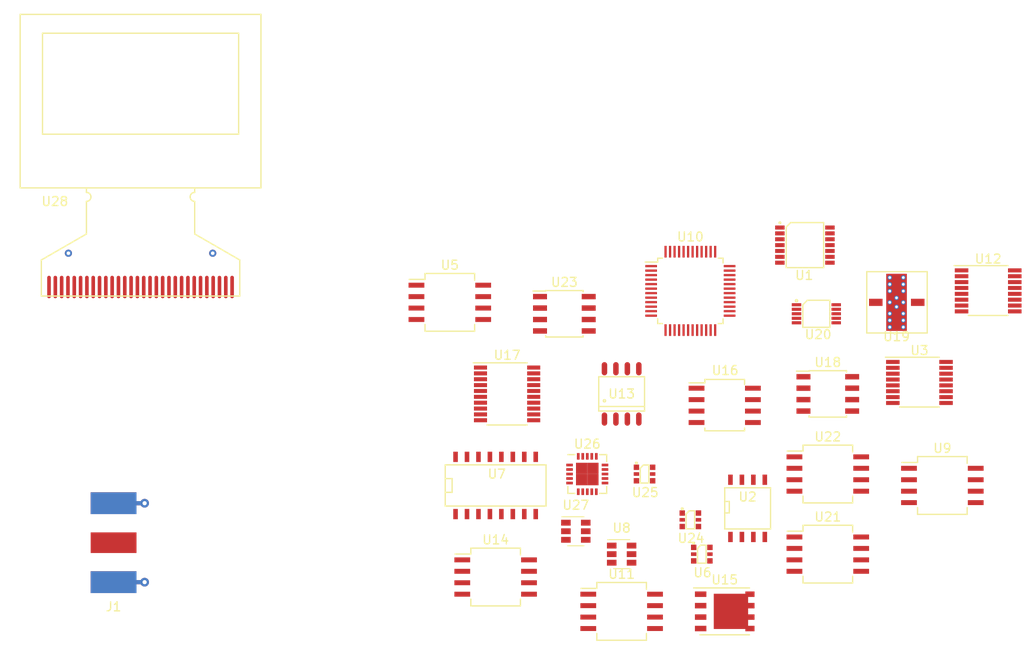
<source format=kicad_pcb>
(kicad_pcb (version 4) (host pcbnew 4.0.7-e2-6376~58~ubuntu16.04.1)

  (general
    (links 16)
    (no_connects 12)
    (area 0 0 0 0)
    (thickness 1.6)
    (drawings 0)
    (tracks 0)
    (zones 0)
    (modules 28)
    (nets 319)
  )

  (page A4)
  (layers
    (0 F.Cu signal)
    (31 B.Cu signal)
    (32 B.Adhes user)
    (33 F.Adhes user)
    (34 B.Paste user)
    (35 F.Paste user)
    (36 B.SilkS user)
    (37 F.SilkS user)
    (38 B.Mask user)
    (39 F.Mask user)
    (40 Dwgs.User user)
    (41 Cmts.User user)
    (42 Eco1.User user)
    (43 Eco2.User user)
    (44 Edge.Cuts user)
    (45 Margin user)
    (46 B.CrtYd user)
    (47 F.CrtYd user)
    (48 B.Fab user)
    (49 F.Fab user)
  )

  (setup
    (last_trace_width 0.25)
    (trace_clearance 0.2)
    (zone_clearance 0.508)
    (zone_45_only no)
    (trace_min 0.2)
    (segment_width 0.2)
    (edge_width 0.15)
    (via_size 0.6)
    (via_drill 0.4)
    (via_min_size 0.4)
    (via_min_drill 0.3)
    (uvia_size 0.3)
    (uvia_drill 0.1)
    (uvias_allowed no)
    (uvia_min_size 0.2)
    (uvia_min_drill 0.1)
    (pcb_text_width 0.3)
    (pcb_text_size 1.5 1.5)
    (mod_edge_width 0.15)
    (mod_text_size 1 1)
    (mod_text_width 0.15)
    (pad_size 1.524 1.524)
    (pad_drill 0.762)
    (pad_to_mask_clearance 0.2)
    (aux_axis_origin 0 0)
    (visible_elements 7FFFFFFF)
    (pcbplotparams
      (layerselection 0x00030_80000001)
      (usegerberextensions false)
      (excludeedgelayer true)
      (linewidth 0.100000)
      (plotframeref false)
      (viasonmask false)
      (mode 1)
      (useauxorigin false)
      (hpglpennumber 1)
      (hpglpenspeed 20)
      (hpglpendiameter 15)
      (hpglpenoverlay 2)
      (psnegative false)
      (psa4output false)
      (plotreference true)
      (plotvalue true)
      (plotinvisibletext false)
      (padsonsilk false)
      (subtractmaskfromsilk false)
      (outputformat 1)
      (mirror false)
      (drillshape 1)
      (scaleselection 1)
      (outputdirectory ""))
  )

  (net 0 "")
  (net 1 "Net-(U1-Pad1)")
  (net 2 "Net-(U1-Pad2)")
  (net 3 "Net-(U1-Pad3)")
  (net 4 "Net-(U1-Pad4)")
  (net 5 "Net-(U1-Pad5)")
  (net 6 "Net-(U1-Pad6)")
  (net 7 "Net-(U1-Pad7)")
  (net 8 "Net-(U1-Pad8)")
  (net 9 "Net-(U1-Pad9)")
  (net 10 "Net-(U1-Pad10)")
  (net 11 "Net-(U1-Pad11)")
  (net 12 "Net-(U1-Pad12)")
  (net 13 "Net-(U1-Pad13)")
  (net 14 "Net-(U1-Pad14)")
  (net 15 "Net-(U2-Pad8)")
  (net 16 "Net-(U2-Pad7)")
  (net 17 "Net-(U2-Pad6)")
  (net 18 "Net-(U2-Pad5)")
  (net 19 "Net-(U2-Pad4)")
  (net 20 "Net-(U2-Pad3)")
  (net 21 "Net-(U2-Pad2)")
  (net 22 "Net-(U2-Pad1)")
  (net 23 "Net-(U3-Pad1)")
  (net 24 "Net-(U3-Pad2)")
  (net 25 "Net-(U3-Pad3)")
  (net 26 "Net-(U3-Pad4)")
  (net 27 "Net-(U3-Pad5)")
  (net 28 "Net-(U3-Pad6)")
  (net 29 "Net-(U3-Pad7)")
  (net 30 "Net-(U3-Pad8)")
  (net 31 "Net-(U3-Pad9)")
  (net 32 "Net-(U3-Pad10)")
  (net 33 "Net-(U3-Pad11)")
  (net 34 "Net-(U3-Pad12)")
  (net 35 "Net-(U3-Pad13)")
  (net 36 "Net-(U3-Pad14)")
  (net 37 "Net-(U3-Pad15)")
  (net 38 "Net-(U3-Pad16)")
  (net 39 "Net-(U5-Pad1)")
  (net 40 "Net-(U5-Pad2)")
  (net 41 "Net-(U5-Pad3)")
  (net 42 "Net-(U5-Pad4)")
  (net 43 "Net-(U5-Pad5)")
  (net 44 "Net-(U5-Pad6)")
  (net 45 "Net-(U5-Pad7)")
  (net 46 "Net-(U5-Pad8)")
  (net 47 "Net-(U6-Pad1)")
  (net 48 "Net-(U6-Pad2)")
  (net 49 "Net-(U6-Pad3)")
  (net 50 "Net-(U6-Pad4)")
  (net 51 "Net-(U6-Pad5)")
  (net 52 "Net-(U6-Pad6)")
  (net 53 "Net-(U7-Pad16)")
  (net 54 "Net-(U7-Pad14)")
  (net 55 "Net-(U7-Pad13)")
  (net 56 "Net-(U7-Pad12)")
  (net 57 "Net-(U7-Pad11)")
  (net 58 "Net-(U7-Pad10)")
  (net 59 "Net-(U7-Pad9)")
  (net 60 "Net-(U7-Pad8)")
  (net 61 "Net-(U7-Pad7)")
  (net 62 "Net-(U7-Pad6)")
  (net 63 "Net-(U7-Pad5)")
  (net 64 "Net-(U7-Pad4)")
  (net 65 "Net-(U7-Pad3)")
  (net 66 "Net-(U7-Pad2)")
  (net 67 "Net-(U7-Pad1)")
  (net 68 "Net-(U7-Pad15)")
  (net 69 "Net-(U8-Pad1)")
  (net 70 "Net-(U8-Pad2)")
  (net 71 "Net-(U8-Pad3)")
  (net 72 "Net-(U8-Pad4)")
  (net 73 "Net-(U8-Pad6)")
  (net 74 "Net-(U8-Pad5)")
  (net 75 "Net-(U9-Pad1)")
  (net 76 "Net-(U9-Pad2)")
  (net 77 "Net-(U9-Pad3)")
  (net 78 "Net-(U9-Pad4)")
  (net 79 "Net-(U9-Pad5)")
  (net 80 "Net-(U9-Pad6)")
  (net 81 "Net-(U9-Pad7)")
  (net 82 "Net-(U9-Pad8)")
  (net 83 "Net-(U10-Pad1)")
  (net 84 "Net-(U10-Pad2)")
  (net 85 "Net-(U10-Pad3)")
  (net 86 "Net-(U10-Pad4)")
  (net 87 "Net-(U10-Pad5)")
  (net 88 "Net-(U10-Pad6)")
  (net 89 "Net-(U10-Pad7)")
  (net 90 "Net-(U10-Pad8)")
  (net 91 "Net-(U10-Pad9)")
  (net 92 "Net-(U10-Pad10)")
  (net 93 "Net-(U10-Pad11)")
  (net 94 "Net-(U10-Pad12)")
  (net 95 "Net-(U10-Pad13)")
  (net 96 "Net-(U10-Pad14)")
  (net 97 "Net-(U10-Pad15)")
  (net 98 "Net-(U10-Pad16)")
  (net 99 "Net-(U10-Pad17)")
  (net 100 "Net-(U10-Pad18)")
  (net 101 "Net-(U10-Pad19)")
  (net 102 "Net-(U10-Pad20)")
  (net 103 "Net-(U10-Pad21)")
  (net 104 "Net-(U10-Pad22)")
  (net 105 "Net-(U10-Pad23)")
  (net 106 "Net-(U10-Pad24)")
  (net 107 "Net-(U10-Pad25)")
  (net 108 "Net-(U10-Pad26)")
  (net 109 "Net-(U10-Pad27)")
  (net 110 "Net-(U10-Pad28)")
  (net 111 "Net-(U10-Pad29)")
  (net 112 "Net-(U10-Pad30)")
  (net 113 "Net-(U10-Pad31)")
  (net 114 "Net-(U10-Pad32)")
  (net 115 "Net-(U10-Pad33)")
  (net 116 "Net-(U10-Pad34)")
  (net 117 "Net-(U10-Pad35)")
  (net 118 "Net-(U10-Pad36)")
  (net 119 "Net-(U10-Pad37)")
  (net 120 "Net-(U10-Pad38)")
  (net 121 "Net-(U10-Pad39)")
  (net 122 "Net-(U10-Pad40)")
  (net 123 "Net-(U10-Pad41)")
  (net 124 "Net-(U10-Pad42)")
  (net 125 "Net-(U10-Pad43)")
  (net 126 "Net-(U10-Pad44)")
  (net 127 "Net-(U10-Pad45)")
  (net 128 "Net-(U10-Pad46)")
  (net 129 "Net-(U10-Pad47)")
  (net 130 "Net-(U10-Pad48)")
  (net 131 "Net-(U11-Pad1)")
  (net 132 "Net-(U11-Pad2)")
  (net 133 "Net-(U11-Pad3)")
  (net 134 "Net-(U11-Pad4)")
  (net 135 "Net-(U11-Pad5)")
  (net 136 "Net-(U11-Pad6)")
  (net 137 "Net-(U11-Pad7)")
  (net 138 "Net-(U11-Pad8)")
  (net 139 "Net-(U12-Pad1)")
  (net 140 "Net-(U12-Pad2)")
  (net 141 "Net-(U12-Pad3)")
  (net 142 "Net-(U12-Pad4)")
  (net 143 "Net-(U12-Pad5)")
  (net 144 "Net-(U12-Pad6)")
  (net 145 "Net-(U12-Pad7)")
  (net 146 "Net-(U12-Pad8)")
  (net 147 "Net-(U12-Pad9)")
  (net 148 "Net-(U12-Pad10)")
  (net 149 "Net-(U12-Pad11)")
  (net 150 "Net-(U12-Pad12)")
  (net 151 "Net-(U12-Pad13)")
  (net 152 "Net-(U12-Pad14)")
  (net 153 "Net-(U12-Pad15)")
  (net 154 "Net-(U12-Pad16)")
  (net 155 "Net-(U13-Pad1)")
  (net 156 "Net-(U13-Pad2)")
  (net 157 "Net-(U13-Pad3)")
  (net 158 "Net-(U13-Pad4)")
  (net 159 "Net-(U13-Pad5)")
  (net 160 "Net-(U13-Pad6)")
  (net 161 "Net-(U13-Pad7)")
  (net 162 "Net-(U13-Pad8)")
  (net 163 "Net-(U14-Pad1)")
  (net 164 "Net-(U14-Pad2)")
  (net 165 "Net-(U14-Pad3)")
  (net 166 "Net-(U14-Pad5)")
  (net 167 "Net-(U14-Pad6)")
  (net 168 "Net-(U14-Pad7)")
  (net 169 "Net-(U14-Pad8)")
  (net 170 "Net-(U15-Pad1)")
  (net 171 "Net-(U15-Pad2)")
  (net 172 "Net-(U15-Pad3)")
  (net 173 "Net-(U15-Pad4)")
  (net 174 "Net-(U15-Pad5)")
  (net 175 "Net-(U16-Pad1)")
  (net 176 "Net-(U16-Pad2)")
  (net 177 "Net-(U16-Pad3)")
  (net 178 "Net-(U16-Pad4)")
  (net 179 "Net-(U16-Pad5)")
  (net 180 "Net-(U16-Pad6)")
  (net 181 "Net-(U16-Pad7)")
  (net 182 "Net-(U16-Pad8)")
  (net 183 "Net-(U17-Pad1)")
  (net 184 "Net-(U17-Pad2)")
  (net 185 "Net-(U17-Pad3)")
  (net 186 "Net-(U17-Pad4)")
  (net 187 "Net-(U17-Pad5)")
  (net 188 "Net-(U17-Pad6)")
  (net 189 "Net-(U17-Pad7)")
  (net 190 "Net-(U17-Pad8)")
  (net 191 "Net-(U17-Pad9)")
  (net 192 "Net-(U17-Pad10)")
  (net 193 "Net-(U17-Pad11)")
  (net 194 "Net-(U17-Pad12)")
  (net 195 "Net-(U17-Pad13)")
  (net 196 "Net-(U17-Pad14)")
  (net 197 "Net-(U17-Pad15)")
  (net 198 "Net-(U17-Pad16)")
  (net 199 "Net-(U17-Pad17)")
  (net 200 "Net-(U17-Pad18)")
  (net 201 "Net-(U17-Pad19)")
  (net 202 "Net-(U17-Pad20)")
  (net 203 "Net-(U18-Pad1)")
  (net 204 "Net-(U18-Pad2)")
  (net 205 "Net-(U18-Pad3)")
  (net 206 "Net-(U18-Pad4)")
  (net 207 "Net-(U18-Pad5)")
  (net 208 "Net-(U18-Pad6)")
  (net 209 "Net-(U18-Pad7)")
  (net 210 "Net-(U18-Pad8)")
  (net 211 "Net-(U19-Pad2)")
  (net 212 "Net-(U19-Pad4)")
  (net 213 "Net-(U19-Pad3)")
  (net 214 "Net-(U19-Pad1)")
  (net 215 "Net-(U20-Pad1)")
  (net 216 "Net-(U20-Pad2)")
  (net 217 "Net-(U20-Pad3)")
  (net 218 "Net-(U20-Pad4)")
  (net 219 "Net-(U20-Pad5)")
  (net 220 "Net-(U20-Pad6)")
  (net 221 "Net-(U20-Pad7)")
  (net 222 "Net-(U20-Pad8)")
  (net 223 "Net-(U20-Pad9)")
  (net 224 "Net-(U20-Pad10)")
  (net 225 "Net-(U21-Pad1)")
  (net 226 "Net-(U21-Pad2)")
  (net 227 "Net-(U21-Pad3)")
  (net 228 "Net-(U21-Pad4)")
  (net 229 "Net-(U21-Pad5)")
  (net 230 "Net-(U21-Pad6)")
  (net 231 "Net-(U21-Pad7)")
  (net 232 "Net-(U21-Pad8)")
  (net 233 "Net-(U22-Pad1)")
  (net 234 "Net-(U22-Pad2)")
  (net 235 "Net-(U22-Pad3)")
  (net 236 "Net-(U22-Pad4)")
  (net 237 "Net-(U22-Pad5)")
  (net 238 "Net-(U22-Pad6)")
  (net 239 "Net-(U22-Pad7)")
  (net 240 "Net-(U22-Pad8)")
  (net 241 "Net-(U23-Pad1)")
  (net 242 "Net-(U23-Pad2)")
  (net 243 "Net-(U23-Pad3)")
  (net 244 "Net-(U23-Pad4)")
  (net 245 "Net-(U23-Pad5)")
  (net 246 "Net-(U23-Pad6)")
  (net 247 "Net-(U23-Pad7)")
  (net 248 "Net-(U23-Pad8)")
  (net 249 "Net-(U24-Pad1)")
  (net 250 "Net-(U24-Pad2)")
  (net 251 "Net-(U24-Pad3)")
  (net 252 "Net-(U24-Pad4)")
  (net 253 "Net-(U24-Pad5)")
  (net 254 "Net-(U24-Pad6)")
  (net 255 "Net-(U25-Pad1)")
  (net 256 "Net-(U25-Pad2)")
  (net 257 "Net-(U25-Pad3)")
  (net 258 "Net-(U25-Pad4)")
  (net 259 "Net-(U25-Pad5)")
  (net 260 "Net-(U25-Pad6)")
  (net 261 "Net-(U26-Pad1)")
  (net 262 "Net-(U26-Pad2)")
  (net 263 "Net-(U26-Pad3)")
  (net 264 "Net-(U26-Pad4)")
  (net 265 "Net-(U26-Pad5)")
  (net 266 "Net-(U26-Pad6)")
  (net 267 "Net-(U26-Pad7)")
  (net 268 "Net-(U26-Pad8)")
  (net 269 "Net-(U26-Pad9)")
  (net 270 "Net-(U26-Pad10)")
  (net 271 "Net-(U26-Pad11)")
  (net 272 "Net-(U26-Pad12)")
  (net 273 "Net-(U26-Pad13)")
  (net 274 "Net-(U26-Pad14)")
  (net 275 "Net-(U26-Pad15)")
  (net 276 "Net-(U26-Pad16)")
  (net 277 "Net-(U26-Pad17)")
  (net 278 "Net-(U26-Pad18)")
  (net 279 "Net-(U26-Pad19)")
  (net 280 "Net-(U26-Pad20)")
  (net 281 "Net-(U26-Pad21)")
  (net 282 "Net-(U27-Pad1)")
  (net 283 "Net-(U27-Pad2)")
  (net 284 "Net-(U27-Pad3)")
  (net 285 "Net-(U27-Pad4)")
  (net 286 "Net-(U27-Pad6)")
  (net 287 "Net-(U27-Pad5)")
  (net 288 "Net-(J1-Pad1)")
  (net 289 "Net-(J1-Pad2)")
  (net 290 "Net-(U28-Pad1)")
  (net 291 "Net-(U28-Pad2)")
  (net 292 "Net-(U28-Pad3)")
  (net 293 "Net-(U28-Pad4)")
  (net 294 "Net-(U28-Pad5)")
  (net 295 "Net-(U28-Pad6)")
  (net 296 "Net-(U28-Pad7)")
  (net 297 "Net-(U28-Pad8)")
  (net 298 "Net-(U28-Pad9)")
  (net 299 "Net-(U28-Pad10)")
  (net 300 "Net-(U28-Pad11)")
  (net 301 "Net-(U28-Pad12)")
  (net 302 "Net-(U28-Pad13)")
  (net 303 "Net-(U28-Pad14)")
  (net 304 "Net-(U28-Pad15)")
  (net 305 "Net-(U28-Pad16)")
  (net 306 "Net-(U28-Pad17)")
  (net 307 "Net-(U28-Pad18)")
  (net 308 "Net-(U28-Pad19)")
  (net 309 "Net-(U28-Pad20)")
  (net 310 "Net-(U28-Pad21)")
  (net 311 "Net-(U28-Pad22)")
  (net 312 "Net-(U28-Pad23)")
  (net 313 "Net-(U28-Pad24)")
  (net 314 "Net-(U28-Pad25)")
  (net 315 "Net-(U28-Pad26)")
  (net 316 "Net-(U28-Pad27)")
  (net 317 "Net-(U28-Pad29)")
  (net 318 "Net-(U28-Pad30)")

  (net_class Default "This is the default net class."
    (clearance 0.2)
    (trace_width 0.25)
    (via_dia 0.6)
    (via_drill 0.4)
    (uvia_dia 0.3)
    (uvia_drill 0.1)
    (add_net "Net-(J1-Pad1)")
    (add_net "Net-(J1-Pad2)")
    (add_net "Net-(U1-Pad1)")
    (add_net "Net-(U1-Pad10)")
    (add_net "Net-(U1-Pad11)")
    (add_net "Net-(U1-Pad12)")
    (add_net "Net-(U1-Pad13)")
    (add_net "Net-(U1-Pad14)")
    (add_net "Net-(U1-Pad2)")
    (add_net "Net-(U1-Pad3)")
    (add_net "Net-(U1-Pad4)")
    (add_net "Net-(U1-Pad5)")
    (add_net "Net-(U1-Pad6)")
    (add_net "Net-(U1-Pad7)")
    (add_net "Net-(U1-Pad8)")
    (add_net "Net-(U1-Pad9)")
    (add_net "Net-(U10-Pad1)")
    (add_net "Net-(U10-Pad10)")
    (add_net "Net-(U10-Pad11)")
    (add_net "Net-(U10-Pad12)")
    (add_net "Net-(U10-Pad13)")
    (add_net "Net-(U10-Pad14)")
    (add_net "Net-(U10-Pad15)")
    (add_net "Net-(U10-Pad16)")
    (add_net "Net-(U10-Pad17)")
    (add_net "Net-(U10-Pad18)")
    (add_net "Net-(U10-Pad19)")
    (add_net "Net-(U10-Pad2)")
    (add_net "Net-(U10-Pad20)")
    (add_net "Net-(U10-Pad21)")
    (add_net "Net-(U10-Pad22)")
    (add_net "Net-(U10-Pad23)")
    (add_net "Net-(U10-Pad24)")
    (add_net "Net-(U10-Pad25)")
    (add_net "Net-(U10-Pad26)")
    (add_net "Net-(U10-Pad27)")
    (add_net "Net-(U10-Pad28)")
    (add_net "Net-(U10-Pad29)")
    (add_net "Net-(U10-Pad3)")
    (add_net "Net-(U10-Pad30)")
    (add_net "Net-(U10-Pad31)")
    (add_net "Net-(U10-Pad32)")
    (add_net "Net-(U10-Pad33)")
    (add_net "Net-(U10-Pad34)")
    (add_net "Net-(U10-Pad35)")
    (add_net "Net-(U10-Pad36)")
    (add_net "Net-(U10-Pad37)")
    (add_net "Net-(U10-Pad38)")
    (add_net "Net-(U10-Pad39)")
    (add_net "Net-(U10-Pad4)")
    (add_net "Net-(U10-Pad40)")
    (add_net "Net-(U10-Pad41)")
    (add_net "Net-(U10-Pad42)")
    (add_net "Net-(U10-Pad43)")
    (add_net "Net-(U10-Pad44)")
    (add_net "Net-(U10-Pad45)")
    (add_net "Net-(U10-Pad46)")
    (add_net "Net-(U10-Pad47)")
    (add_net "Net-(U10-Pad48)")
    (add_net "Net-(U10-Pad5)")
    (add_net "Net-(U10-Pad6)")
    (add_net "Net-(U10-Pad7)")
    (add_net "Net-(U10-Pad8)")
    (add_net "Net-(U10-Pad9)")
    (add_net "Net-(U11-Pad1)")
    (add_net "Net-(U11-Pad2)")
    (add_net "Net-(U11-Pad3)")
    (add_net "Net-(U11-Pad4)")
    (add_net "Net-(U11-Pad5)")
    (add_net "Net-(U11-Pad6)")
    (add_net "Net-(U11-Pad7)")
    (add_net "Net-(U11-Pad8)")
    (add_net "Net-(U12-Pad1)")
    (add_net "Net-(U12-Pad10)")
    (add_net "Net-(U12-Pad11)")
    (add_net "Net-(U12-Pad12)")
    (add_net "Net-(U12-Pad13)")
    (add_net "Net-(U12-Pad14)")
    (add_net "Net-(U12-Pad15)")
    (add_net "Net-(U12-Pad16)")
    (add_net "Net-(U12-Pad2)")
    (add_net "Net-(U12-Pad3)")
    (add_net "Net-(U12-Pad4)")
    (add_net "Net-(U12-Pad5)")
    (add_net "Net-(U12-Pad6)")
    (add_net "Net-(U12-Pad7)")
    (add_net "Net-(U12-Pad8)")
    (add_net "Net-(U12-Pad9)")
    (add_net "Net-(U13-Pad1)")
    (add_net "Net-(U13-Pad2)")
    (add_net "Net-(U13-Pad3)")
    (add_net "Net-(U13-Pad4)")
    (add_net "Net-(U13-Pad5)")
    (add_net "Net-(U13-Pad6)")
    (add_net "Net-(U13-Pad7)")
    (add_net "Net-(U13-Pad8)")
    (add_net "Net-(U14-Pad1)")
    (add_net "Net-(U14-Pad2)")
    (add_net "Net-(U14-Pad3)")
    (add_net "Net-(U14-Pad5)")
    (add_net "Net-(U14-Pad6)")
    (add_net "Net-(U14-Pad7)")
    (add_net "Net-(U14-Pad8)")
    (add_net "Net-(U15-Pad1)")
    (add_net "Net-(U15-Pad2)")
    (add_net "Net-(U15-Pad3)")
    (add_net "Net-(U15-Pad4)")
    (add_net "Net-(U15-Pad5)")
    (add_net "Net-(U16-Pad1)")
    (add_net "Net-(U16-Pad2)")
    (add_net "Net-(U16-Pad3)")
    (add_net "Net-(U16-Pad4)")
    (add_net "Net-(U16-Pad5)")
    (add_net "Net-(U16-Pad6)")
    (add_net "Net-(U16-Pad7)")
    (add_net "Net-(U16-Pad8)")
    (add_net "Net-(U17-Pad1)")
    (add_net "Net-(U17-Pad10)")
    (add_net "Net-(U17-Pad11)")
    (add_net "Net-(U17-Pad12)")
    (add_net "Net-(U17-Pad13)")
    (add_net "Net-(U17-Pad14)")
    (add_net "Net-(U17-Pad15)")
    (add_net "Net-(U17-Pad16)")
    (add_net "Net-(U17-Pad17)")
    (add_net "Net-(U17-Pad18)")
    (add_net "Net-(U17-Pad19)")
    (add_net "Net-(U17-Pad2)")
    (add_net "Net-(U17-Pad20)")
    (add_net "Net-(U17-Pad3)")
    (add_net "Net-(U17-Pad4)")
    (add_net "Net-(U17-Pad5)")
    (add_net "Net-(U17-Pad6)")
    (add_net "Net-(U17-Pad7)")
    (add_net "Net-(U17-Pad8)")
    (add_net "Net-(U17-Pad9)")
    (add_net "Net-(U18-Pad1)")
    (add_net "Net-(U18-Pad2)")
    (add_net "Net-(U18-Pad3)")
    (add_net "Net-(U18-Pad4)")
    (add_net "Net-(U18-Pad5)")
    (add_net "Net-(U18-Pad6)")
    (add_net "Net-(U18-Pad7)")
    (add_net "Net-(U18-Pad8)")
    (add_net "Net-(U19-Pad1)")
    (add_net "Net-(U19-Pad2)")
    (add_net "Net-(U19-Pad3)")
    (add_net "Net-(U19-Pad4)")
    (add_net "Net-(U2-Pad1)")
    (add_net "Net-(U2-Pad2)")
    (add_net "Net-(U2-Pad3)")
    (add_net "Net-(U2-Pad4)")
    (add_net "Net-(U2-Pad5)")
    (add_net "Net-(U2-Pad6)")
    (add_net "Net-(U2-Pad7)")
    (add_net "Net-(U2-Pad8)")
    (add_net "Net-(U20-Pad1)")
    (add_net "Net-(U20-Pad10)")
    (add_net "Net-(U20-Pad2)")
    (add_net "Net-(U20-Pad3)")
    (add_net "Net-(U20-Pad4)")
    (add_net "Net-(U20-Pad5)")
    (add_net "Net-(U20-Pad6)")
    (add_net "Net-(U20-Pad7)")
    (add_net "Net-(U20-Pad8)")
    (add_net "Net-(U20-Pad9)")
    (add_net "Net-(U21-Pad1)")
    (add_net "Net-(U21-Pad2)")
    (add_net "Net-(U21-Pad3)")
    (add_net "Net-(U21-Pad4)")
    (add_net "Net-(U21-Pad5)")
    (add_net "Net-(U21-Pad6)")
    (add_net "Net-(U21-Pad7)")
    (add_net "Net-(U21-Pad8)")
    (add_net "Net-(U22-Pad1)")
    (add_net "Net-(U22-Pad2)")
    (add_net "Net-(U22-Pad3)")
    (add_net "Net-(U22-Pad4)")
    (add_net "Net-(U22-Pad5)")
    (add_net "Net-(U22-Pad6)")
    (add_net "Net-(U22-Pad7)")
    (add_net "Net-(U22-Pad8)")
    (add_net "Net-(U23-Pad1)")
    (add_net "Net-(U23-Pad2)")
    (add_net "Net-(U23-Pad3)")
    (add_net "Net-(U23-Pad4)")
    (add_net "Net-(U23-Pad5)")
    (add_net "Net-(U23-Pad6)")
    (add_net "Net-(U23-Pad7)")
    (add_net "Net-(U23-Pad8)")
    (add_net "Net-(U24-Pad1)")
    (add_net "Net-(U24-Pad2)")
    (add_net "Net-(U24-Pad3)")
    (add_net "Net-(U24-Pad4)")
    (add_net "Net-(U24-Pad5)")
    (add_net "Net-(U24-Pad6)")
    (add_net "Net-(U25-Pad1)")
    (add_net "Net-(U25-Pad2)")
    (add_net "Net-(U25-Pad3)")
    (add_net "Net-(U25-Pad4)")
    (add_net "Net-(U25-Pad5)")
    (add_net "Net-(U25-Pad6)")
    (add_net "Net-(U26-Pad1)")
    (add_net "Net-(U26-Pad10)")
    (add_net "Net-(U26-Pad11)")
    (add_net "Net-(U26-Pad12)")
    (add_net "Net-(U26-Pad13)")
    (add_net "Net-(U26-Pad14)")
    (add_net "Net-(U26-Pad15)")
    (add_net "Net-(U26-Pad16)")
    (add_net "Net-(U26-Pad17)")
    (add_net "Net-(U26-Pad18)")
    (add_net "Net-(U26-Pad19)")
    (add_net "Net-(U26-Pad2)")
    (add_net "Net-(U26-Pad20)")
    (add_net "Net-(U26-Pad21)")
    (add_net "Net-(U26-Pad3)")
    (add_net "Net-(U26-Pad4)")
    (add_net "Net-(U26-Pad5)")
    (add_net "Net-(U26-Pad6)")
    (add_net "Net-(U26-Pad7)")
    (add_net "Net-(U26-Pad8)")
    (add_net "Net-(U26-Pad9)")
    (add_net "Net-(U27-Pad1)")
    (add_net "Net-(U27-Pad2)")
    (add_net "Net-(U27-Pad3)")
    (add_net "Net-(U27-Pad4)")
    (add_net "Net-(U27-Pad5)")
    (add_net "Net-(U27-Pad6)")
    (add_net "Net-(U28-Pad1)")
    (add_net "Net-(U28-Pad10)")
    (add_net "Net-(U28-Pad11)")
    (add_net "Net-(U28-Pad12)")
    (add_net "Net-(U28-Pad13)")
    (add_net "Net-(U28-Pad14)")
    (add_net "Net-(U28-Pad15)")
    (add_net "Net-(U28-Pad16)")
    (add_net "Net-(U28-Pad17)")
    (add_net "Net-(U28-Pad18)")
    (add_net "Net-(U28-Pad19)")
    (add_net "Net-(U28-Pad2)")
    (add_net "Net-(U28-Pad20)")
    (add_net "Net-(U28-Pad21)")
    (add_net "Net-(U28-Pad22)")
    (add_net "Net-(U28-Pad23)")
    (add_net "Net-(U28-Pad24)")
    (add_net "Net-(U28-Pad25)")
    (add_net "Net-(U28-Pad26)")
    (add_net "Net-(U28-Pad27)")
    (add_net "Net-(U28-Pad29)")
    (add_net "Net-(U28-Pad3)")
    (add_net "Net-(U28-Pad30)")
    (add_net "Net-(U28-Pad4)")
    (add_net "Net-(U28-Pad5)")
    (add_net "Net-(U28-Pad6)")
    (add_net "Net-(U28-Pad7)")
    (add_net "Net-(U28-Pad8)")
    (add_net "Net-(U28-Pad9)")
    (add_net "Net-(U3-Pad1)")
    (add_net "Net-(U3-Pad10)")
    (add_net "Net-(U3-Pad11)")
    (add_net "Net-(U3-Pad12)")
    (add_net "Net-(U3-Pad13)")
    (add_net "Net-(U3-Pad14)")
    (add_net "Net-(U3-Pad15)")
    (add_net "Net-(U3-Pad16)")
    (add_net "Net-(U3-Pad2)")
    (add_net "Net-(U3-Pad3)")
    (add_net "Net-(U3-Pad4)")
    (add_net "Net-(U3-Pad5)")
    (add_net "Net-(U3-Pad6)")
    (add_net "Net-(U3-Pad7)")
    (add_net "Net-(U3-Pad8)")
    (add_net "Net-(U3-Pad9)")
    (add_net "Net-(U5-Pad1)")
    (add_net "Net-(U5-Pad2)")
    (add_net "Net-(U5-Pad3)")
    (add_net "Net-(U5-Pad4)")
    (add_net "Net-(U5-Pad5)")
    (add_net "Net-(U5-Pad6)")
    (add_net "Net-(U5-Pad7)")
    (add_net "Net-(U5-Pad8)")
    (add_net "Net-(U6-Pad1)")
    (add_net "Net-(U6-Pad2)")
    (add_net "Net-(U6-Pad3)")
    (add_net "Net-(U6-Pad4)")
    (add_net "Net-(U6-Pad5)")
    (add_net "Net-(U6-Pad6)")
    (add_net "Net-(U7-Pad1)")
    (add_net "Net-(U7-Pad10)")
    (add_net "Net-(U7-Pad11)")
    (add_net "Net-(U7-Pad12)")
    (add_net "Net-(U7-Pad13)")
    (add_net "Net-(U7-Pad14)")
    (add_net "Net-(U7-Pad15)")
    (add_net "Net-(U7-Pad16)")
    (add_net "Net-(U7-Pad2)")
    (add_net "Net-(U7-Pad3)")
    (add_net "Net-(U7-Pad4)")
    (add_net "Net-(U7-Pad5)")
    (add_net "Net-(U7-Pad6)")
    (add_net "Net-(U7-Pad7)")
    (add_net "Net-(U7-Pad8)")
    (add_net "Net-(U7-Pad9)")
    (add_net "Net-(U8-Pad1)")
    (add_net "Net-(U8-Pad2)")
    (add_net "Net-(U8-Pad3)")
    (add_net "Net-(U8-Pad4)")
    (add_net "Net-(U8-Pad5)")
    (add_net "Net-(U8-Pad6)")
    (add_net "Net-(U9-Pad1)")
    (add_net "Net-(U9-Pad2)")
    (add_net "Net-(U9-Pad3)")
    (add_net "Net-(U9-Pad4)")
    (add_net "Net-(U9-Pad5)")
    (add_net "Net-(U9-Pad6)")
    (add_net "Net-(U9-Pad7)")
    (add_net "Net-(U9-Pad8)")
  )

  (module "petr_kicad:TSSOP14(RU-14)" (layer F.Cu) (tedit 5A0AC280) (tstamp 5A31B398)
    (at 163.83 76.2)
    (path /5A2F035C)
    (fp_text reference U1 (at -0.075 3.35) (layer F.SilkS)
      (effects (font (size 1 1) (thickness 0.15)))
    )
    (fp_text value AD8302 (at 0.125 -3.55) (layer F.Fab)
      (effects (font (size 1 1) (thickness 0.15)))
    )
    (fp_text user %R (at 0 0) (layer F.Fab)
      (effects (font (size 0.5 0.5) (thickness 0.08)))
    )
    (fp_line (start -3.525 -2.8) (end 3.55 -2.8) (layer F.CrtYd) (width 0.15))
    (fp_line (start 3.55 -2.8) (end 3.55 2.8) (layer F.CrtYd) (width 0.15))
    (fp_line (start 3.55 2.8) (end -3.525 2.8) (layer F.CrtYd) (width 0.15))
    (fp_line (start -3.525 -2.8) (end -3.525 2.8) (layer F.CrtYd) (width 0.15))
    (fp_circle (center -2.775 -2.475) (end -2.75 -2.475) (layer F.SilkS) (width 0.15))
    (fp_line (start -1.575 -2.5) (end 2.2 -2.5) (layer F.Fab) (width 0.15))
    (fp_line (start 2.2 -2.5) (end 2.2 2.5) (layer F.Fab) (width 0.15))
    (fp_line (start 2.2 2.5) (end -2.2 2.5) (layer F.Fab) (width 0.15))
    (fp_line (start -2.2 -1.875) (end -1.575 -2.5) (layer F.Fab) (width 0.15))
    (fp_line (start -2.2 2.5) (end -2.2 -1.875) (layer F.Fab) (width 0.15))
    (fp_line (start -1.575 -2.5) (end -2.075 -2) (layer F.SilkS) (width 0.15))
    (fp_line (start 2.075 2.5) (end -2.075 2.5) (layer F.SilkS) (width 0.15))
    (fp_line (start -2.075 -2) (end -2.075 2.5) (layer F.SilkS) (width 0.15))
    (fp_line (start 2.075 -2.5) (end 2.075 2.5) (layer F.SilkS) (width 0.15))
    (fp_line (start -1.575 -2.5) (end 2.075 -2.5) (layer F.SilkS) (width 0.15))
    (pad 1 smd rect (at -2.775 -1.95) (size 1.05 0.45) (layers F.Cu F.Paste F.Mask)
      (net 1 "Net-(U1-Pad1)") (solder_mask_margin 0.05) (solder_paste_margin -0.05))
    (pad 2 smd rect (at -2.775 -1.3) (size 1.05 0.45) (layers F.Cu F.Paste F.Mask)
      (net 2 "Net-(U1-Pad2)") (solder_mask_margin 0.05) (solder_paste_margin -0.05))
    (pad 3 smd rect (at -2.775 -0.65) (size 1.05 0.45) (layers F.Cu F.Paste F.Mask)
      (net 3 "Net-(U1-Pad3)") (solder_mask_margin 0.05) (solder_paste_margin -0.05))
    (pad 4 smd rect (at -2.775 0) (size 1.05 0.45) (layers F.Cu F.Paste F.Mask)
      (net 4 "Net-(U1-Pad4)") (solder_mask_margin 0.05) (solder_paste_margin -0.05))
    (pad 5 smd rect (at -2.775 0.65) (size 1.05 0.45) (layers F.Cu F.Paste F.Mask)
      (net 5 "Net-(U1-Pad5)") (solder_mask_margin 0.05) (solder_paste_margin -0.05))
    (pad 6 smd rect (at -2.775 1.3) (size 1.05 0.45) (layers F.Cu F.Paste F.Mask)
      (net 6 "Net-(U1-Pad6)") (solder_mask_margin 0.05) (solder_paste_margin -0.05))
    (pad 7 smd rect (at -2.775 1.95) (size 1.05 0.45) (layers F.Cu F.Paste F.Mask)
      (net 7 "Net-(U1-Pad7)") (solder_mask_margin 0.05) (solder_paste_margin -0.05))
    (pad 8 smd rect (at 2.775 1.95) (size 1.05 0.45) (layers F.Cu F.Paste F.Mask)
      (net 8 "Net-(U1-Pad8)") (solder_mask_margin 0.05) (solder_paste_margin -0.05))
    (pad 9 smd rect (at 2.775 1.3) (size 1.05 0.45) (layers F.Cu F.Paste F.Mask)
      (net 9 "Net-(U1-Pad9)") (solder_mask_margin 0.05) (solder_paste_margin -0.05))
    (pad 10 smd rect (at 2.775 0.65) (size 1.05 0.45) (layers F.Cu F.Paste F.Mask)
      (net 10 "Net-(U1-Pad10)") (solder_mask_margin 0.05) (solder_paste_margin -0.05))
    (pad 11 smd rect (at 2.775 0) (size 1.05 0.45) (layers F.Cu F.Paste F.Mask)
      (net 11 "Net-(U1-Pad11)") (solder_mask_margin 0.05) (solder_paste_margin -0.05))
    (pad 12 smd rect (at 2.775 -0.65) (size 1.05 0.45) (layers F.Cu F.Paste F.Mask)
      (net 12 "Net-(U1-Pad12)") (solder_mask_margin 0.05) (solder_paste_margin -0.05))
    (pad 13 smd rect (at 2.775 -1.3) (size 1.05 0.45) (layers F.Cu F.Paste F.Mask)
      (net 13 "Net-(U1-Pad13)") (solder_mask_margin 0.05) (solder_paste_margin -0.05))
    (pad 14 smd rect (at 2.775 -1.95) (size 1.05 0.45) (layers F.Cu F.Paste F.Mask)
      (net 14 "Net-(U1-Pad14)") (solder_mask_margin 0.05) (solder_paste_margin -0.05))
  )

  (module SMD_Packages:SOIC-8-N (layer F.Cu) (tedit 0) (tstamp 5A31B3A4)
    (at 157.48 105.41)
    (descr "Module Narrow CMS SOJ 8 pins large")
    (tags "CMS SOJ")
    (path /5A2F0470)
    (attr smd)
    (fp_text reference U2 (at 0 -1.27) (layer F.SilkS)
      (effects (font (size 1 1) (thickness 0.15)))
    )
    (fp_text value AD8307 (at 0 1.27) (layer F.Fab)
      (effects (font (size 1 1) (thickness 0.15)))
    )
    (fp_line (start -2.54 -2.286) (end 2.54 -2.286) (layer F.SilkS) (width 0.15))
    (fp_line (start 2.54 -2.286) (end 2.54 2.286) (layer F.SilkS) (width 0.15))
    (fp_line (start 2.54 2.286) (end -2.54 2.286) (layer F.SilkS) (width 0.15))
    (fp_line (start -2.54 2.286) (end -2.54 -2.286) (layer F.SilkS) (width 0.15))
    (fp_line (start -2.54 -0.762) (end -2.032 -0.762) (layer F.SilkS) (width 0.15))
    (fp_line (start -2.032 -0.762) (end -2.032 0.508) (layer F.SilkS) (width 0.15))
    (fp_line (start -2.032 0.508) (end -2.54 0.508) (layer F.SilkS) (width 0.15))
    (pad 8 smd rect (at -1.905 -3.175) (size 0.508 1.143) (layers F.Cu F.Paste F.Mask)
      (net 15 "Net-(U2-Pad8)"))
    (pad 7 smd rect (at -0.635 -3.175) (size 0.508 1.143) (layers F.Cu F.Paste F.Mask)
      (net 16 "Net-(U2-Pad7)"))
    (pad 6 smd rect (at 0.635 -3.175) (size 0.508 1.143) (layers F.Cu F.Paste F.Mask)
      (net 17 "Net-(U2-Pad6)"))
    (pad 5 smd rect (at 1.905 -3.175) (size 0.508 1.143) (layers F.Cu F.Paste F.Mask)
      (net 18 "Net-(U2-Pad5)"))
    (pad 4 smd rect (at 1.905 3.175) (size 0.508 1.143) (layers F.Cu F.Paste F.Mask)
      (net 19 "Net-(U2-Pad4)"))
    (pad 3 smd rect (at 0.635 3.175) (size 0.508 1.143) (layers F.Cu F.Paste F.Mask)
      (net 20 "Net-(U2-Pad3)"))
    (pad 2 smd rect (at -0.635 3.175) (size 0.508 1.143) (layers F.Cu F.Paste F.Mask)
      (net 21 "Net-(U2-Pad2)"))
    (pad 1 smd rect (at -1.905 3.175) (size 0.508 1.143) (layers F.Cu F.Paste F.Mask)
      (net 22 "Net-(U2-Pad1)"))
    (model SMD_Packages.3dshapes/SOIC-8-N.wrl
      (at (xyz 0 0 0))
      (scale (xyz 0.5 0.38 0.5))
      (rotate (xyz 0 0 0))
    )
  )

  (module Housings_SSOP:TSSOP-16_4.4x5mm_Pitch0.65mm (layer F.Cu) (tedit 54130A77) (tstamp 5A31B3B8)
    (at 176.53 91.44)
    (descr "16-Lead Plastic Thin Shrink Small Outline (ST)-4.4 mm Body [TSSOP] (see Microchip Packaging Specification 00000049BS.pdf)")
    (tags "SSOP 0.65")
    (path /5A2F0527)
    (attr smd)
    (fp_text reference U3 (at 0 -3.55) (layer F.SilkS)
      (effects (font (size 1 1) (thickness 0.15)))
    )
    (fp_text value AD8362 (at 0 3.55) (layer F.Fab)
      (effects (font (size 1 1) (thickness 0.15)))
    )
    (fp_line (start -1.2 -2.5) (end 2.2 -2.5) (layer F.Fab) (width 0.15))
    (fp_line (start 2.2 -2.5) (end 2.2 2.5) (layer F.Fab) (width 0.15))
    (fp_line (start 2.2 2.5) (end -2.2 2.5) (layer F.Fab) (width 0.15))
    (fp_line (start -2.2 2.5) (end -2.2 -1.5) (layer F.Fab) (width 0.15))
    (fp_line (start -2.2 -1.5) (end -1.2 -2.5) (layer F.Fab) (width 0.15))
    (fp_line (start -3.95 -2.9) (end -3.95 2.8) (layer F.CrtYd) (width 0.05))
    (fp_line (start 3.95 -2.9) (end 3.95 2.8) (layer F.CrtYd) (width 0.05))
    (fp_line (start -3.95 -2.9) (end 3.95 -2.9) (layer F.CrtYd) (width 0.05))
    (fp_line (start -3.95 2.8) (end 3.95 2.8) (layer F.CrtYd) (width 0.05))
    (fp_line (start -2.2 2.725) (end 2.2 2.725) (layer F.SilkS) (width 0.15))
    (fp_line (start -3.775 -2.8) (end 2.2 -2.8) (layer F.SilkS) (width 0.15))
    (fp_text user %R (at 0 0) (layer F.Fab)
      (effects (font (size 0.8 0.8) (thickness 0.15)))
    )
    (pad 1 smd rect (at -2.95 -2.275) (size 1.5 0.45) (layers F.Cu F.Paste F.Mask)
      (net 23 "Net-(U3-Pad1)"))
    (pad 2 smd rect (at -2.95 -1.625) (size 1.5 0.45) (layers F.Cu F.Paste F.Mask)
      (net 24 "Net-(U3-Pad2)"))
    (pad 3 smd rect (at -2.95 -0.975) (size 1.5 0.45) (layers F.Cu F.Paste F.Mask)
      (net 25 "Net-(U3-Pad3)"))
    (pad 4 smd rect (at -2.95 -0.325) (size 1.5 0.45) (layers F.Cu F.Paste F.Mask)
      (net 26 "Net-(U3-Pad4)"))
    (pad 5 smd rect (at -2.95 0.325) (size 1.5 0.45) (layers F.Cu F.Paste F.Mask)
      (net 27 "Net-(U3-Pad5)"))
    (pad 6 smd rect (at -2.95 0.975) (size 1.5 0.45) (layers F.Cu F.Paste F.Mask)
      (net 28 "Net-(U3-Pad6)"))
    (pad 7 smd rect (at -2.95 1.625) (size 1.5 0.45) (layers F.Cu F.Paste F.Mask)
      (net 29 "Net-(U3-Pad7)"))
    (pad 8 smd rect (at -2.95 2.275) (size 1.5 0.45) (layers F.Cu F.Paste F.Mask)
      (net 30 "Net-(U3-Pad8)"))
    (pad 9 smd rect (at 2.95 2.275) (size 1.5 0.45) (layers F.Cu F.Paste F.Mask)
      (net 31 "Net-(U3-Pad9)"))
    (pad 10 smd rect (at 2.95 1.625) (size 1.5 0.45) (layers F.Cu F.Paste F.Mask)
      (net 32 "Net-(U3-Pad10)"))
    (pad 11 smd rect (at 2.95 0.975) (size 1.5 0.45) (layers F.Cu F.Paste F.Mask)
      (net 33 "Net-(U3-Pad11)"))
    (pad 12 smd rect (at 2.95 0.325) (size 1.5 0.45) (layers F.Cu F.Paste F.Mask)
      (net 34 "Net-(U3-Pad12)"))
    (pad 13 smd rect (at 2.95 -0.325) (size 1.5 0.45) (layers F.Cu F.Paste F.Mask)
      (net 35 "Net-(U3-Pad13)"))
    (pad 14 smd rect (at 2.95 -0.975) (size 1.5 0.45) (layers F.Cu F.Paste F.Mask)
      (net 36 "Net-(U3-Pad14)"))
    (pad 15 smd rect (at 2.95 -1.625) (size 1.5 0.45) (layers F.Cu F.Paste F.Mask)
      (net 37 "Net-(U3-Pad15)"))
    (pad 16 smd rect (at 2.95 -2.275) (size 1.5 0.45) (layers F.Cu F.Paste F.Mask)
      (net 38 "Net-(U3-Pad16)"))
    (model ${KISYS3DMOD}/Housings_SSOP.3dshapes/TSSOP-16_4.4x5mm_Pitch0.65mm.wrl
      (at (xyz 0 0 0))
      (scale (xyz 1 1 1))
      (rotate (xyz 0 0 0))
    )
  )

  (module petr_kicad:SO-8_5.3x6.2mm_Pitch1.27mm (layer F.Cu) (tedit 59920130) (tstamp 5A31B3C4)
    (at 124.46 82.55)
    (descr "8-Lead Plastic Small Outline, 5.3x6.2mm Body (http://www.ti.com.cn/cn/lit/ds/symlink/tl7705a.pdf)")
    (tags "SOIC 1.27")
    (path /5A2F0635)
    (attr smd)
    (fp_text reference U5 (at 0 -4.13) (layer F.SilkS)
      (effects (font (size 1 1) (thickness 0.15)))
    )
    (fp_text value ADuM1250ARZ (at 0 4.13) (layer F.Fab)
      (effects (font (size 1 1) (thickness 0.15)))
    )
    (fp_text user %R (at 0 0) (layer F.Fab)
      (effects (font (size 1 1) (thickness 0.15)))
    )
    (fp_line (start -1.65 -3.1) (end 2.65 -3.1) (layer F.Fab) (width 0.15))
    (fp_line (start 2.65 -3.1) (end 2.65 3.1) (layer F.Fab) (width 0.15))
    (fp_line (start 2.65 3.1) (end -2.65 3.1) (layer F.Fab) (width 0.15))
    (fp_line (start -2.65 3.1) (end -2.65 -2.1) (layer F.Fab) (width 0.15))
    (fp_line (start -2.65 -2.1) (end -1.65 -3.1) (layer F.Fab) (width 0.15))
    (fp_line (start -4.83 -3.35) (end -4.83 3.35) (layer F.CrtYd) (width 0.05))
    (fp_line (start 4.83 -3.35) (end 4.83 3.35) (layer F.CrtYd) (width 0.05))
    (fp_line (start -4.83 -3.35) (end 4.83 -3.35) (layer F.CrtYd) (width 0.05))
    (fp_line (start -4.83 3.35) (end 4.83 3.35) (layer F.CrtYd) (width 0.05))
    (fp_line (start -2.75 -3.205) (end -2.75 -2.55) (layer F.SilkS) (width 0.15))
    (fp_line (start 2.75 -3.205) (end 2.75 -2.455) (layer F.SilkS) (width 0.15))
    (fp_line (start 2.75 3.205) (end 2.75 2.455) (layer F.SilkS) (width 0.15))
    (fp_line (start -2.75 3.205) (end -2.75 2.455) (layer F.SilkS) (width 0.15))
    (fp_line (start -2.75 -3.205) (end 2.75 -3.205) (layer F.SilkS) (width 0.15))
    (fp_line (start -2.75 3.205) (end 2.75 3.205) (layer F.SilkS) (width 0.15))
    (fp_line (start -2.75 -2.55) (end -4.5 -2.55) (layer F.SilkS) (width 0.15))
    (pad 1 smd rect (at -3.7 -1.905) (size 1.75 0.55) (layers F.Cu F.Paste F.Mask)
      (net 39 "Net-(U5-Pad1)"))
    (pad 2 smd rect (at -3.7 -0.635) (size 1.75 0.55) (layers F.Cu F.Paste F.Mask)
      (net 40 "Net-(U5-Pad2)"))
    (pad 3 smd rect (at -3.7 0.635) (size 1.75 0.55) (layers F.Cu F.Paste F.Mask)
      (net 41 "Net-(U5-Pad3)"))
    (pad 4 smd rect (at -3.7 1.905) (size 1.75 0.55) (layers F.Cu F.Paste F.Mask)
      (net 42 "Net-(U5-Pad4)"))
    (pad 5 smd rect (at 3.7 1.905) (size 1.75 0.55) (layers F.Cu F.Paste F.Mask)
      (net 43 "Net-(U5-Pad5)"))
    (pad 6 smd rect (at 3.7 0.635) (size 1.75 0.55) (layers F.Cu F.Paste F.Mask)
      (net 44 "Net-(U5-Pad6)"))
    (pad 7 smd rect (at 3.7 -0.635) (size 1.75 0.55) (layers F.Cu F.Paste F.Mask)
      (net 45 "Net-(U5-Pad7)"))
    (pad 8 smd rect (at 3.7 -1.905) (size 1.75 0.55) (layers F.Cu F.Paste F.Mask)
      (net 46 "Net-(U5-Pad8)"))
    (model ${KISYS3DMOD}/Housings_SOIC.3dshapes/SO-8_5.3x6.2mm_Pitch1.27mm.wrl
      (at (xyz 0 0 0))
      (scale (xyz 1 1 1))
      (rotate (xyz 0 0 0))
    )
  )

  (module "petr_kicad:SOT363(TSSOP6)" (layer F.Cu) (tedit 5A0AC1F8) (tstamp 5A31B3CE)
    (at 152.4 110.49)
    (path /5A2F06F5)
    (fp_text reference U6 (at 0.075 2.05) (layer F.SilkS)
      (effects (font (size 1 1) (thickness 0.15)))
    )
    (fp_text value BGA2771 (at 0 -2.275) (layer F.Fab)
      (effects (font (size 1 1) (thickness 0.15)))
    )
    (fp_text user %R (at 0 0.15 90) (layer F.Fab)
      (effects (font (size 0.5 0.5) (thickness 0.08)))
    )
    (fp_line (start -0.475 -0.65) (end -0.125 -1) (layer F.SilkS) (width 0.15))
    (fp_line (start 0.625 1) (end -0.625 1) (layer F.Fab) (width 0.15))
    (fp_line (start 0.475 -1) (end -0.125 -1) (layer F.SilkS) (width 0.15))
    (fp_line (start -0.475 -0.65) (end -0.475 1) (layer F.SilkS) (width 0.15))
    (fp_line (start -0.475 1) (end 0.475 1) (layer F.SilkS) (width 0.15))
    (fp_line (start 0.475 1) (end 0.475 -1) (layer F.SilkS) (width 0.15))
    (fp_line (start -1.4 1.25) (end 1.35 1.25) (layer F.CrtYd) (width 0.15))
    (fp_line (start 1.35 1.25) (end 1.4 1.25) (layer F.CrtYd) (width 0.15))
    (fp_line (start 1.4 1.25) (end 1.4 -1.25) (layer F.CrtYd) (width 0.15))
    (fp_line (start 1.4 -1.25) (end -1.4 -1.25) (layer F.CrtYd) (width 0.15))
    (fp_line (start -1.4 -1.25) (end -1.4 1.25) (layer F.CrtYd) (width 0.15))
    (fp_circle (center -0.9 -1.225) (end -0.875 -1.225) (layer F.SilkS) (width 0.15))
    (fp_line (start -0.125 -1) (end -0.625 -0.5) (layer F.Fab) (width 0.15))
    (fp_line (start 0.625 1) (end 0.625 -1) (layer F.Fab) (width 0.15))
    (fp_line (start 0.625 -1) (end -0.125 -1) (layer F.Fab) (width 0.15))
    (fp_line (start -0.625 -0.5) (end -0.625 1) (layer F.Fab) (width 0.15))
    (pad 1 smd rect (at -0.9 -0.75) (size 0.6 0.6) (layers F.Cu F.Paste F.Mask)
      (net 47 "Net-(U6-Pad1)") (solder_mask_margin 0.1) (solder_paste_margin -0.1))
    (pad 2 smd rect (at -0.9 0) (size 0.6 0.4) (layers F.Cu F.Paste F.Mask)
      (net 48 "Net-(U6-Pad2)") (solder_mask_margin 0.1) (solder_paste_margin -0.1))
    (pad 3 smd rect (at -0.9 0.75) (size 0.6 0.6) (layers F.Cu F.Paste F.Mask)
      (net 49 "Net-(U6-Pad3)") (solder_mask_margin 0.1) (solder_paste_margin -0.1))
    (pad 4 smd rect (at 0.9 0.75) (size 0.6 0.6) (layers F.Cu F.Paste F.Mask)
      (net 50 "Net-(U6-Pad4)") (solder_mask_margin 0.1) (solder_paste_margin -0.1))
    (pad 5 smd rect (at 0.9 0) (size 0.6 0.4) (layers F.Cu F.Paste F.Mask)
      (net 51 "Net-(U6-Pad5)") (solder_mask_margin 0.1) (solder_paste_margin -0.1))
    (pad 6 smd rect (at 0.9 -0.75) (size 0.6 0.6) (layers F.Cu F.Paste F.Mask)
      (net 52 "Net-(U6-Pad6)") (solder_mask_margin 0.1) (solder_paste_margin -0.1))
  )

  (module SMD_Packages:SO-16-N (layer F.Cu) (tedit 0) (tstamp 5A31B3E2)
    (at 129.54 102.87)
    (descr "Module CMS SOJ 16 pins large")
    (tags "CMS SOJ")
    (path /5A2F076A)
    (attr smd)
    (fp_text reference U7 (at 0.127 -1.27) (layer F.SilkS)
      (effects (font (size 1 1) (thickness 0.15)))
    )
    (fp_text value CH340G (at 0 1.27) (layer F.Fab)
      (effects (font (size 1 1) (thickness 0.15)))
    )
    (fp_line (start -5.588 -0.762) (end -4.826 -0.762) (layer F.SilkS) (width 0.15))
    (fp_line (start -4.826 -0.762) (end -4.826 0.762) (layer F.SilkS) (width 0.15))
    (fp_line (start -4.826 0.762) (end -5.588 0.762) (layer F.SilkS) (width 0.15))
    (fp_line (start 5.588 -2.286) (end 5.588 2.286) (layer F.SilkS) (width 0.15))
    (fp_line (start 5.588 2.286) (end -5.588 2.286) (layer F.SilkS) (width 0.15))
    (fp_line (start -5.588 2.286) (end -5.588 -2.286) (layer F.SilkS) (width 0.15))
    (fp_line (start -5.588 -2.286) (end 5.588 -2.286) (layer F.SilkS) (width 0.15))
    (pad 16 smd rect (at -4.445 -3.175) (size 0.508 1.143) (layers F.Cu F.Paste F.Mask)
      (net 53 "Net-(U7-Pad16)"))
    (pad 14 smd rect (at -1.905 -3.175) (size 0.508 1.143) (layers F.Cu F.Paste F.Mask)
      (net 54 "Net-(U7-Pad14)"))
    (pad 13 smd rect (at -0.635 -3.175) (size 0.508 1.143) (layers F.Cu F.Paste F.Mask)
      (net 55 "Net-(U7-Pad13)"))
    (pad 12 smd rect (at 0.635 -3.175) (size 0.508 1.143) (layers F.Cu F.Paste F.Mask)
      (net 56 "Net-(U7-Pad12)"))
    (pad 11 smd rect (at 1.905 -3.175) (size 0.508 1.143) (layers F.Cu F.Paste F.Mask)
      (net 57 "Net-(U7-Pad11)"))
    (pad 10 smd rect (at 3.175 -3.175) (size 0.508 1.143) (layers F.Cu F.Paste F.Mask)
      (net 58 "Net-(U7-Pad10)"))
    (pad 9 smd rect (at 4.445 -3.175) (size 0.508 1.143) (layers F.Cu F.Paste F.Mask)
      (net 59 "Net-(U7-Pad9)"))
    (pad 8 smd rect (at 4.445 3.175) (size 0.508 1.143) (layers F.Cu F.Paste F.Mask)
      (net 60 "Net-(U7-Pad8)"))
    (pad 7 smd rect (at 3.175 3.175) (size 0.508 1.143) (layers F.Cu F.Paste F.Mask)
      (net 61 "Net-(U7-Pad7)"))
    (pad 6 smd rect (at 1.905 3.175) (size 0.508 1.143) (layers F.Cu F.Paste F.Mask)
      (net 62 "Net-(U7-Pad6)"))
    (pad 5 smd rect (at 0.635 3.175) (size 0.508 1.143) (layers F.Cu F.Paste F.Mask)
      (net 63 "Net-(U7-Pad5)"))
    (pad 4 smd rect (at -0.635 3.175) (size 0.508 1.143) (layers F.Cu F.Paste F.Mask)
      (net 64 "Net-(U7-Pad4)"))
    (pad 3 smd rect (at -1.905 3.175) (size 0.508 1.143) (layers F.Cu F.Paste F.Mask)
      (net 65 "Net-(U7-Pad3)"))
    (pad 2 smd rect (at -3.175 3.175) (size 0.508 1.143) (layers F.Cu F.Paste F.Mask)
      (net 66 "Net-(U7-Pad2)"))
    (pad 1 smd rect (at -4.445 3.175) (size 0.508 1.143) (layers F.Cu F.Paste F.Mask)
      (net 67 "Net-(U7-Pad1)"))
    (pad 15 smd rect (at -3.175 -3.175) (size 0.508 1.143) (layers F.Cu F.Paste F.Mask)
      (net 68 "Net-(U7-Pad15)"))
    (model SMD_Packages.3dshapes/SO-16-N.wrl
      (at (xyz 0 0 0))
      (scale (xyz 0.5 0.4 0.5))
      (rotate (xyz 0 0 0))
    )
  )

  (module TO_SOT_Packages_SMD:SOT-23-6 (layer F.Cu) (tedit 58CE4E7E) (tstamp 5A31B3EC)
    (at 143.51 110.49)
    (descr "6-pin SOT-23 package")
    (tags SOT-23-6)
    (path /5A2F10D3)
    (attr smd)
    (fp_text reference U8 (at 0 -2.9) (layer F.SilkS)
      (effects (font (size 1 1) (thickness 0.15)))
    )
    (fp_text value DW01 (at 0 2.9) (layer F.Fab)
      (effects (font (size 1 1) (thickness 0.15)))
    )
    (fp_text user %R (at 0 0 90) (layer F.Fab)
      (effects (font (size 0.5 0.5) (thickness 0.075)))
    )
    (fp_line (start -0.9 1.61) (end 0.9 1.61) (layer F.SilkS) (width 0.12))
    (fp_line (start 0.9 -1.61) (end -1.55 -1.61) (layer F.SilkS) (width 0.12))
    (fp_line (start 1.9 -1.8) (end -1.9 -1.8) (layer F.CrtYd) (width 0.05))
    (fp_line (start 1.9 1.8) (end 1.9 -1.8) (layer F.CrtYd) (width 0.05))
    (fp_line (start -1.9 1.8) (end 1.9 1.8) (layer F.CrtYd) (width 0.05))
    (fp_line (start -1.9 -1.8) (end -1.9 1.8) (layer F.CrtYd) (width 0.05))
    (fp_line (start -0.9 -0.9) (end -0.25 -1.55) (layer F.Fab) (width 0.1))
    (fp_line (start 0.9 -1.55) (end -0.25 -1.55) (layer F.Fab) (width 0.1))
    (fp_line (start -0.9 -0.9) (end -0.9 1.55) (layer F.Fab) (width 0.1))
    (fp_line (start 0.9 1.55) (end -0.9 1.55) (layer F.Fab) (width 0.1))
    (fp_line (start 0.9 -1.55) (end 0.9 1.55) (layer F.Fab) (width 0.1))
    (pad 1 smd rect (at -1.1 -0.95) (size 1.06 0.65) (layers F.Cu F.Paste F.Mask)
      (net 69 "Net-(U8-Pad1)"))
    (pad 2 smd rect (at -1.1 0) (size 1.06 0.65) (layers F.Cu F.Paste F.Mask)
      (net 70 "Net-(U8-Pad2)"))
    (pad 3 smd rect (at -1.1 0.95) (size 1.06 0.65) (layers F.Cu F.Paste F.Mask)
      (net 71 "Net-(U8-Pad3)"))
    (pad 4 smd rect (at 1.1 0.95) (size 1.06 0.65) (layers F.Cu F.Paste F.Mask)
      (net 72 "Net-(U8-Pad4)"))
    (pad 6 smd rect (at 1.1 -0.95) (size 1.06 0.65) (layers F.Cu F.Paste F.Mask)
      (net 73 "Net-(U8-Pad6)"))
    (pad 5 smd rect (at 1.1 0) (size 1.06 0.65) (layers F.Cu F.Paste F.Mask)
      (net 74 "Net-(U8-Pad5)"))
    (model ${KISYS3DMOD}/TO_SOT_Packages_SMD.3dshapes/SOT-23-6.wrl
      (at (xyz 0 0 0))
      (scale (xyz 1 1 1))
      (rotate (xyz 0 0 0))
    )
  )

  (module petr_kicad:SO-8_5.3x6.2mm_Pitch1.27mm (layer F.Cu) (tedit 59920130) (tstamp 5A31B3F8)
    (at 179.07 102.87)
    (descr "8-Lead Plastic Small Outline, 5.3x6.2mm Body (http://www.ti.com.cn/cn/lit/ds/symlink/tl7705a.pdf)")
    (tags "SOIC 1.27")
    (path /5A2F1308)
    (attr smd)
    (fp_text reference U9 (at 0 -4.13) (layer F.SilkS)
      (effects (font (size 1 1) (thickness 0.15)))
    )
    (fp_text value ICL7660 (at 0 4.13) (layer F.Fab)
      (effects (font (size 1 1) (thickness 0.15)))
    )
    (fp_text user %R (at 0 0) (layer F.Fab)
      (effects (font (size 1 1) (thickness 0.15)))
    )
    (fp_line (start -1.65 -3.1) (end 2.65 -3.1) (layer F.Fab) (width 0.15))
    (fp_line (start 2.65 -3.1) (end 2.65 3.1) (layer F.Fab) (width 0.15))
    (fp_line (start 2.65 3.1) (end -2.65 3.1) (layer F.Fab) (width 0.15))
    (fp_line (start -2.65 3.1) (end -2.65 -2.1) (layer F.Fab) (width 0.15))
    (fp_line (start -2.65 -2.1) (end -1.65 -3.1) (layer F.Fab) (width 0.15))
    (fp_line (start -4.83 -3.35) (end -4.83 3.35) (layer F.CrtYd) (width 0.05))
    (fp_line (start 4.83 -3.35) (end 4.83 3.35) (layer F.CrtYd) (width 0.05))
    (fp_line (start -4.83 -3.35) (end 4.83 -3.35) (layer F.CrtYd) (width 0.05))
    (fp_line (start -4.83 3.35) (end 4.83 3.35) (layer F.CrtYd) (width 0.05))
    (fp_line (start -2.75 -3.205) (end -2.75 -2.55) (layer F.SilkS) (width 0.15))
    (fp_line (start 2.75 -3.205) (end 2.75 -2.455) (layer F.SilkS) (width 0.15))
    (fp_line (start 2.75 3.205) (end 2.75 2.455) (layer F.SilkS) (width 0.15))
    (fp_line (start -2.75 3.205) (end -2.75 2.455) (layer F.SilkS) (width 0.15))
    (fp_line (start -2.75 -3.205) (end 2.75 -3.205) (layer F.SilkS) (width 0.15))
    (fp_line (start -2.75 3.205) (end 2.75 3.205) (layer F.SilkS) (width 0.15))
    (fp_line (start -2.75 -2.55) (end -4.5 -2.55) (layer F.SilkS) (width 0.15))
    (pad 1 smd rect (at -3.7 -1.905) (size 1.75 0.55) (layers F.Cu F.Paste F.Mask)
      (net 75 "Net-(U9-Pad1)"))
    (pad 2 smd rect (at -3.7 -0.635) (size 1.75 0.55) (layers F.Cu F.Paste F.Mask)
      (net 76 "Net-(U9-Pad2)"))
    (pad 3 smd rect (at -3.7 0.635) (size 1.75 0.55) (layers F.Cu F.Paste F.Mask)
      (net 77 "Net-(U9-Pad3)"))
    (pad 4 smd rect (at -3.7 1.905) (size 1.75 0.55) (layers F.Cu F.Paste F.Mask)
      (net 78 "Net-(U9-Pad4)"))
    (pad 5 smd rect (at 3.7 1.905) (size 1.75 0.55) (layers F.Cu F.Paste F.Mask)
      (net 79 "Net-(U9-Pad5)"))
    (pad 6 smd rect (at 3.7 0.635) (size 1.75 0.55) (layers F.Cu F.Paste F.Mask)
      (net 80 "Net-(U9-Pad6)"))
    (pad 7 smd rect (at 3.7 -0.635) (size 1.75 0.55) (layers F.Cu F.Paste F.Mask)
      (net 81 "Net-(U9-Pad7)"))
    (pad 8 smd rect (at 3.7 -1.905) (size 1.75 0.55) (layers F.Cu F.Paste F.Mask)
      (net 82 "Net-(U9-Pad8)"))
    (model ${KISYS3DMOD}/Housings_SOIC.3dshapes/SO-8_5.3x6.2mm_Pitch1.27mm.wrl
      (at (xyz 0 0 0))
      (scale (xyz 1 1 1))
      (rotate (xyz 0 0 0))
    )
  )

  (module Housings_QFP:TQFP-48_7x7mm_Pitch0.5mm (layer F.Cu) (tedit 58CC9A48) (tstamp 5A31B42C)
    (at 151.13 81.28)
    (descr "48 LEAD TQFP 7x7mm (see MICREL TQFP7x7-48LD-PL-1.pdf)")
    (tags "QFP 0.5")
    (path /5A2F1D5A)
    (attr smd)
    (fp_text reference U10 (at 0 -6) (layer F.SilkS)
      (effects (font (size 1 1) (thickness 0.15)))
    )
    (fp_text value STM32F103C8Tx (at 0 6) (layer F.Fab)
      (effects (font (size 1 1) (thickness 0.15)))
    )
    (fp_text user %R (at 0 0) (layer F.Fab)
      (effects (font (size 1 1) (thickness 0.15)))
    )
    (fp_line (start -2.5 -3.5) (end 3.5 -3.5) (layer F.Fab) (width 0.15))
    (fp_line (start 3.5 -3.5) (end 3.5 3.5) (layer F.Fab) (width 0.15))
    (fp_line (start 3.5 3.5) (end -3.5 3.5) (layer F.Fab) (width 0.15))
    (fp_line (start -3.5 3.5) (end -3.5 -2.5) (layer F.Fab) (width 0.15))
    (fp_line (start -3.5 -2.5) (end -2.5 -3.5) (layer F.Fab) (width 0.15))
    (fp_line (start -5.25 -5.25) (end -5.25 5.25) (layer F.CrtYd) (width 0.05))
    (fp_line (start 5.25 -5.25) (end 5.25 5.25) (layer F.CrtYd) (width 0.05))
    (fp_line (start -5.25 -5.25) (end 5.25 -5.25) (layer F.CrtYd) (width 0.05))
    (fp_line (start -5.25 5.25) (end 5.25 5.25) (layer F.CrtYd) (width 0.05))
    (fp_line (start -3.625 -3.625) (end -3.625 -3.2) (layer F.SilkS) (width 0.15))
    (fp_line (start 3.625 -3.625) (end 3.625 -3.1) (layer F.SilkS) (width 0.15))
    (fp_line (start 3.625 3.625) (end 3.625 3.1) (layer F.SilkS) (width 0.15))
    (fp_line (start -3.625 3.625) (end -3.625 3.1) (layer F.SilkS) (width 0.15))
    (fp_line (start -3.625 -3.625) (end -3.1 -3.625) (layer F.SilkS) (width 0.15))
    (fp_line (start -3.625 3.625) (end -3.1 3.625) (layer F.SilkS) (width 0.15))
    (fp_line (start 3.625 3.625) (end 3.1 3.625) (layer F.SilkS) (width 0.15))
    (fp_line (start 3.625 -3.625) (end 3.1 -3.625) (layer F.SilkS) (width 0.15))
    (fp_line (start -3.625 -3.2) (end -5 -3.2) (layer F.SilkS) (width 0.15))
    (pad 1 smd rect (at -4.35 -2.75) (size 1.3 0.25) (layers F.Cu F.Paste F.Mask)
      (net 83 "Net-(U10-Pad1)"))
    (pad 2 smd rect (at -4.35 -2.25) (size 1.3 0.25) (layers F.Cu F.Paste F.Mask)
      (net 84 "Net-(U10-Pad2)"))
    (pad 3 smd rect (at -4.35 -1.75) (size 1.3 0.25) (layers F.Cu F.Paste F.Mask)
      (net 85 "Net-(U10-Pad3)"))
    (pad 4 smd rect (at -4.35 -1.25) (size 1.3 0.25) (layers F.Cu F.Paste F.Mask)
      (net 86 "Net-(U10-Pad4)"))
    (pad 5 smd rect (at -4.35 -0.75) (size 1.3 0.25) (layers F.Cu F.Paste F.Mask)
      (net 87 "Net-(U10-Pad5)"))
    (pad 6 smd rect (at -4.35 -0.25) (size 1.3 0.25) (layers F.Cu F.Paste F.Mask)
      (net 88 "Net-(U10-Pad6)"))
    (pad 7 smd rect (at -4.35 0.25) (size 1.3 0.25) (layers F.Cu F.Paste F.Mask)
      (net 89 "Net-(U10-Pad7)"))
    (pad 8 smd rect (at -4.35 0.75) (size 1.3 0.25) (layers F.Cu F.Paste F.Mask)
      (net 90 "Net-(U10-Pad8)"))
    (pad 9 smd rect (at -4.35 1.25) (size 1.3 0.25) (layers F.Cu F.Paste F.Mask)
      (net 91 "Net-(U10-Pad9)"))
    (pad 10 smd rect (at -4.35 1.75) (size 1.3 0.25) (layers F.Cu F.Paste F.Mask)
      (net 92 "Net-(U10-Pad10)"))
    (pad 11 smd rect (at -4.35 2.25) (size 1.3 0.25) (layers F.Cu F.Paste F.Mask)
      (net 93 "Net-(U10-Pad11)"))
    (pad 12 smd rect (at -4.35 2.75) (size 1.3 0.25) (layers F.Cu F.Paste F.Mask)
      (net 94 "Net-(U10-Pad12)"))
    (pad 13 smd rect (at -2.75 4.35 90) (size 1.3 0.25) (layers F.Cu F.Paste F.Mask)
      (net 95 "Net-(U10-Pad13)"))
    (pad 14 smd rect (at -2.25 4.35 90) (size 1.3 0.25) (layers F.Cu F.Paste F.Mask)
      (net 96 "Net-(U10-Pad14)"))
    (pad 15 smd rect (at -1.75 4.35 90) (size 1.3 0.25) (layers F.Cu F.Paste F.Mask)
      (net 97 "Net-(U10-Pad15)"))
    (pad 16 smd rect (at -1.25 4.35 90) (size 1.3 0.25) (layers F.Cu F.Paste F.Mask)
      (net 98 "Net-(U10-Pad16)"))
    (pad 17 smd rect (at -0.75 4.35 90) (size 1.3 0.25) (layers F.Cu F.Paste F.Mask)
      (net 99 "Net-(U10-Pad17)"))
    (pad 18 smd rect (at -0.25 4.35 90) (size 1.3 0.25) (layers F.Cu F.Paste F.Mask)
      (net 100 "Net-(U10-Pad18)"))
    (pad 19 smd rect (at 0.25 4.35 90) (size 1.3 0.25) (layers F.Cu F.Paste F.Mask)
      (net 101 "Net-(U10-Pad19)"))
    (pad 20 smd rect (at 0.75 4.35 90) (size 1.3 0.25) (layers F.Cu F.Paste F.Mask)
      (net 102 "Net-(U10-Pad20)"))
    (pad 21 smd rect (at 1.25 4.35 90) (size 1.3 0.25) (layers F.Cu F.Paste F.Mask)
      (net 103 "Net-(U10-Pad21)"))
    (pad 22 smd rect (at 1.75 4.35 90) (size 1.3 0.25) (layers F.Cu F.Paste F.Mask)
      (net 104 "Net-(U10-Pad22)"))
    (pad 23 smd rect (at 2.25 4.35 90) (size 1.3 0.25) (layers F.Cu F.Paste F.Mask)
      (net 105 "Net-(U10-Pad23)"))
    (pad 24 smd rect (at 2.75 4.35 90) (size 1.3 0.25) (layers F.Cu F.Paste F.Mask)
      (net 106 "Net-(U10-Pad24)"))
    (pad 25 smd rect (at 4.35 2.75) (size 1.3 0.25) (layers F.Cu F.Paste F.Mask)
      (net 107 "Net-(U10-Pad25)"))
    (pad 26 smd rect (at 4.35 2.25) (size 1.3 0.25) (layers F.Cu F.Paste F.Mask)
      (net 108 "Net-(U10-Pad26)"))
    (pad 27 smd rect (at 4.35 1.75) (size 1.3 0.25) (layers F.Cu F.Paste F.Mask)
      (net 109 "Net-(U10-Pad27)"))
    (pad 28 smd rect (at 4.35 1.25) (size 1.3 0.25) (layers F.Cu F.Paste F.Mask)
      (net 110 "Net-(U10-Pad28)"))
    (pad 29 smd rect (at 4.35 0.75) (size 1.3 0.25) (layers F.Cu F.Paste F.Mask)
      (net 111 "Net-(U10-Pad29)"))
    (pad 30 smd rect (at 4.35 0.25) (size 1.3 0.25) (layers F.Cu F.Paste F.Mask)
      (net 112 "Net-(U10-Pad30)"))
    (pad 31 smd rect (at 4.35 -0.25) (size 1.3 0.25) (layers F.Cu F.Paste F.Mask)
      (net 113 "Net-(U10-Pad31)"))
    (pad 32 smd rect (at 4.35 -0.75) (size 1.3 0.25) (layers F.Cu F.Paste F.Mask)
      (net 114 "Net-(U10-Pad32)"))
    (pad 33 smd rect (at 4.35 -1.25) (size 1.3 0.25) (layers F.Cu F.Paste F.Mask)
      (net 115 "Net-(U10-Pad33)"))
    (pad 34 smd rect (at 4.35 -1.75) (size 1.3 0.25) (layers F.Cu F.Paste F.Mask)
      (net 116 "Net-(U10-Pad34)"))
    (pad 35 smd rect (at 4.35 -2.25) (size 1.3 0.25) (layers F.Cu F.Paste F.Mask)
      (net 117 "Net-(U10-Pad35)"))
    (pad 36 smd rect (at 4.35 -2.75) (size 1.3 0.25) (layers F.Cu F.Paste F.Mask)
      (net 118 "Net-(U10-Pad36)"))
    (pad 37 smd rect (at 2.75 -4.35 90) (size 1.3 0.25) (layers F.Cu F.Paste F.Mask)
      (net 119 "Net-(U10-Pad37)"))
    (pad 38 smd rect (at 2.25 -4.35 90) (size 1.3 0.25) (layers F.Cu F.Paste F.Mask)
      (net 120 "Net-(U10-Pad38)"))
    (pad 39 smd rect (at 1.75 -4.35 90) (size 1.3 0.25) (layers F.Cu F.Paste F.Mask)
      (net 121 "Net-(U10-Pad39)"))
    (pad 40 smd rect (at 1.25 -4.35 90) (size 1.3 0.25) (layers F.Cu F.Paste F.Mask)
      (net 122 "Net-(U10-Pad40)"))
    (pad 41 smd rect (at 0.75 -4.35 90) (size 1.3 0.25) (layers F.Cu F.Paste F.Mask)
      (net 123 "Net-(U10-Pad41)"))
    (pad 42 smd rect (at 0.25 -4.35 90) (size 1.3 0.25) (layers F.Cu F.Paste F.Mask)
      (net 124 "Net-(U10-Pad42)"))
    (pad 43 smd rect (at -0.25 -4.35 90) (size 1.3 0.25) (layers F.Cu F.Paste F.Mask)
      (net 125 "Net-(U10-Pad43)"))
    (pad 44 smd rect (at -0.75 -4.35 90) (size 1.3 0.25) (layers F.Cu F.Paste F.Mask)
      (net 126 "Net-(U10-Pad44)"))
    (pad 45 smd rect (at -1.25 -4.35 90) (size 1.3 0.25) (layers F.Cu F.Paste F.Mask)
      (net 127 "Net-(U10-Pad45)"))
    (pad 46 smd rect (at -1.75 -4.35 90) (size 1.3 0.25) (layers F.Cu F.Paste F.Mask)
      (net 128 "Net-(U10-Pad46)"))
    (pad 47 smd rect (at -2.25 -4.35 90) (size 1.3 0.25) (layers F.Cu F.Paste F.Mask)
      (net 129 "Net-(U10-Pad47)"))
    (pad 48 smd rect (at -2.75 -4.35 90) (size 1.3 0.25) (layers F.Cu F.Paste F.Mask)
      (net 130 "Net-(U10-Pad48)"))
    (model ${KISYS3DMOD}/Housings_QFP.3dshapes/TQFP-48_7x7mm_Pitch0.5mm.wrl
      (at (xyz 0 0 0))
      (scale (xyz 1 1 1))
      (rotate (xyz 0 0 0))
    )
  )

  (module petr_kicad:SO-8_5.3x6.2mm_Pitch1.27mm (layer F.Cu) (tedit 59920130) (tstamp 5A31B438)
    (at 143.51 116.84)
    (descr "8-Lead Plastic Small Outline, 5.3x6.2mm Body (http://www.ti.com.cn/cn/lit/ds/symlink/tl7705a.pdf)")
    (tags "SOIC 1.27")
    (path /5A2F1383)
    (attr smd)
    (fp_text reference U11 (at 0 -4.13) (layer F.SilkS)
      (effects (font (size 1 1) (thickness 0.15)))
    )
    (fp_text value ICS-501 (at 0 4.13) (layer F.Fab)
      (effects (font (size 1 1) (thickness 0.15)))
    )
    (fp_text user %R (at 0 0) (layer F.Fab)
      (effects (font (size 1 1) (thickness 0.15)))
    )
    (fp_line (start -1.65 -3.1) (end 2.65 -3.1) (layer F.Fab) (width 0.15))
    (fp_line (start 2.65 -3.1) (end 2.65 3.1) (layer F.Fab) (width 0.15))
    (fp_line (start 2.65 3.1) (end -2.65 3.1) (layer F.Fab) (width 0.15))
    (fp_line (start -2.65 3.1) (end -2.65 -2.1) (layer F.Fab) (width 0.15))
    (fp_line (start -2.65 -2.1) (end -1.65 -3.1) (layer F.Fab) (width 0.15))
    (fp_line (start -4.83 -3.35) (end -4.83 3.35) (layer F.CrtYd) (width 0.05))
    (fp_line (start 4.83 -3.35) (end 4.83 3.35) (layer F.CrtYd) (width 0.05))
    (fp_line (start -4.83 -3.35) (end 4.83 -3.35) (layer F.CrtYd) (width 0.05))
    (fp_line (start -4.83 3.35) (end 4.83 3.35) (layer F.CrtYd) (width 0.05))
    (fp_line (start -2.75 -3.205) (end -2.75 -2.55) (layer F.SilkS) (width 0.15))
    (fp_line (start 2.75 -3.205) (end 2.75 -2.455) (layer F.SilkS) (width 0.15))
    (fp_line (start 2.75 3.205) (end 2.75 2.455) (layer F.SilkS) (width 0.15))
    (fp_line (start -2.75 3.205) (end -2.75 2.455) (layer F.SilkS) (width 0.15))
    (fp_line (start -2.75 -3.205) (end 2.75 -3.205) (layer F.SilkS) (width 0.15))
    (fp_line (start -2.75 3.205) (end 2.75 3.205) (layer F.SilkS) (width 0.15))
    (fp_line (start -2.75 -2.55) (end -4.5 -2.55) (layer F.SilkS) (width 0.15))
    (pad 1 smd rect (at -3.7 -1.905) (size 1.75 0.55) (layers F.Cu F.Paste F.Mask)
      (net 131 "Net-(U11-Pad1)"))
    (pad 2 smd rect (at -3.7 -0.635) (size 1.75 0.55) (layers F.Cu F.Paste F.Mask)
      (net 132 "Net-(U11-Pad2)"))
    (pad 3 smd rect (at -3.7 0.635) (size 1.75 0.55) (layers F.Cu F.Paste F.Mask)
      (net 133 "Net-(U11-Pad3)"))
    (pad 4 smd rect (at -3.7 1.905) (size 1.75 0.55) (layers F.Cu F.Paste F.Mask)
      (net 134 "Net-(U11-Pad4)"))
    (pad 5 smd rect (at 3.7 1.905) (size 1.75 0.55) (layers F.Cu F.Paste F.Mask)
      (net 135 "Net-(U11-Pad5)"))
    (pad 6 smd rect (at 3.7 0.635) (size 1.75 0.55) (layers F.Cu F.Paste F.Mask)
      (net 136 "Net-(U11-Pad6)"))
    (pad 7 smd rect (at 3.7 -0.635) (size 1.75 0.55) (layers F.Cu F.Paste F.Mask)
      (net 137 "Net-(U11-Pad7)"))
    (pad 8 smd rect (at 3.7 -1.905) (size 1.75 0.55) (layers F.Cu F.Paste F.Mask)
      (net 138 "Net-(U11-Pad8)"))
    (model ${KISYS3DMOD}/Housings_SOIC.3dshapes/SO-8_5.3x6.2mm_Pitch1.27mm.wrl
      (at (xyz 0 0 0))
      (scale (xyz 1 1 1))
      (rotate (xyz 0 0 0))
    )
  )

  (module Housings_SSOP:TSSOP-16_4.4x5mm_Pitch0.65mm (layer F.Cu) (tedit 54130A77) (tstamp 5A31B44C)
    (at 184.15 81.28)
    (descr "16-Lead Plastic Thin Shrink Small Outline (ST)-4.4 mm Body [TSSOP] (see Microchip Packaging Specification 00000049BS.pdf)")
    (tags "SSOP 0.65")
    (path /5A2F11FA)
    (attr smd)
    (fp_text reference U12 (at 0 -3.55) (layer F.SilkS)
      (effects (font (size 1 1) (thickness 0.15)))
    )
    (fp_text value GP214D (at 0 3.55) (layer F.Fab)
      (effects (font (size 1 1) (thickness 0.15)))
    )
    (fp_line (start -1.2 -2.5) (end 2.2 -2.5) (layer F.Fab) (width 0.15))
    (fp_line (start 2.2 -2.5) (end 2.2 2.5) (layer F.Fab) (width 0.15))
    (fp_line (start 2.2 2.5) (end -2.2 2.5) (layer F.Fab) (width 0.15))
    (fp_line (start -2.2 2.5) (end -2.2 -1.5) (layer F.Fab) (width 0.15))
    (fp_line (start -2.2 -1.5) (end -1.2 -2.5) (layer F.Fab) (width 0.15))
    (fp_line (start -3.95 -2.9) (end -3.95 2.8) (layer F.CrtYd) (width 0.05))
    (fp_line (start 3.95 -2.9) (end 3.95 2.8) (layer F.CrtYd) (width 0.05))
    (fp_line (start -3.95 -2.9) (end 3.95 -2.9) (layer F.CrtYd) (width 0.05))
    (fp_line (start -3.95 2.8) (end 3.95 2.8) (layer F.CrtYd) (width 0.05))
    (fp_line (start -2.2 2.725) (end 2.2 2.725) (layer F.SilkS) (width 0.15))
    (fp_line (start -3.775 -2.8) (end 2.2 -2.8) (layer F.SilkS) (width 0.15))
    (fp_text user %R (at 0 0) (layer F.Fab)
      (effects (font (size 0.8 0.8) (thickness 0.15)))
    )
    (pad 1 smd rect (at -2.95 -2.275) (size 1.5 0.45) (layers F.Cu F.Paste F.Mask)
      (net 139 "Net-(U12-Pad1)"))
    (pad 2 smd rect (at -2.95 -1.625) (size 1.5 0.45) (layers F.Cu F.Paste F.Mask)
      (net 140 "Net-(U12-Pad2)"))
    (pad 3 smd rect (at -2.95 -0.975) (size 1.5 0.45) (layers F.Cu F.Paste F.Mask)
      (net 141 "Net-(U12-Pad3)"))
    (pad 4 smd rect (at -2.95 -0.325) (size 1.5 0.45) (layers F.Cu F.Paste F.Mask)
      (net 142 "Net-(U12-Pad4)"))
    (pad 5 smd rect (at -2.95 0.325) (size 1.5 0.45) (layers F.Cu F.Paste F.Mask)
      (net 143 "Net-(U12-Pad5)"))
    (pad 6 smd rect (at -2.95 0.975) (size 1.5 0.45) (layers F.Cu F.Paste F.Mask)
      (net 144 "Net-(U12-Pad6)"))
    (pad 7 smd rect (at -2.95 1.625) (size 1.5 0.45) (layers F.Cu F.Paste F.Mask)
      (net 145 "Net-(U12-Pad7)"))
    (pad 8 smd rect (at -2.95 2.275) (size 1.5 0.45) (layers F.Cu F.Paste F.Mask)
      (net 146 "Net-(U12-Pad8)"))
    (pad 9 smd rect (at 2.95 2.275) (size 1.5 0.45) (layers F.Cu F.Paste F.Mask)
      (net 147 "Net-(U12-Pad9)"))
    (pad 10 smd rect (at 2.95 1.625) (size 1.5 0.45) (layers F.Cu F.Paste F.Mask)
      (net 148 "Net-(U12-Pad10)"))
    (pad 11 smd rect (at 2.95 0.975) (size 1.5 0.45) (layers F.Cu F.Paste F.Mask)
      (net 149 "Net-(U12-Pad11)"))
    (pad 12 smd rect (at 2.95 0.325) (size 1.5 0.45) (layers F.Cu F.Paste F.Mask)
      (net 150 "Net-(U12-Pad12)"))
    (pad 13 smd rect (at 2.95 -0.325) (size 1.5 0.45) (layers F.Cu F.Paste F.Mask)
      (net 151 "Net-(U12-Pad13)"))
    (pad 14 smd rect (at 2.95 -0.975) (size 1.5 0.45) (layers F.Cu F.Paste F.Mask)
      (net 152 "Net-(U12-Pad14)"))
    (pad 15 smd rect (at 2.95 -1.625) (size 1.5 0.45) (layers F.Cu F.Paste F.Mask)
      (net 153 "Net-(U12-Pad15)"))
    (pad 16 smd rect (at 2.95 -2.275) (size 1.5 0.45) (layers F.Cu F.Paste F.Mask)
      (net 154 "Net-(U12-Pad16)"))
    (model ${KISYS3DMOD}/Housings_SSOP.3dshapes/TSSOP-16_4.4x5mm_Pitch0.65mm.wrl
      (at (xyz 0 0 0))
      (scale (xyz 1 1 1))
      (rotate (xyz 0 0 0))
    )
  )

  (module petr_kicad:G08_4.4x5.7mm_Pitch1.27mm (layer F.Cu) (tedit 5A0B2C2E) (tstamp 5A31B47C)
    (at 154.94 93.98)
    (descr "8-Lead Plastic Small Outline, 5.3x6.2mm Body (http://www.ti.com.cn/cn/lit/ds/symlink/tl7705a.pdf)")
    (tags "SOIC 1.27")
    (path /5A2F1E7E)
    (attr smd)
    (fp_text reference U16 (at 0.05 -3.875) (layer F.SilkS)
      (effects (font (size 1 1) (thickness 0.15)))
    )
    (fp_text value UPC1678G (at 0.575 4.13) (layer F.Fab)
      (effects (font (size 1 1) (thickness 0.15)))
    )
    (fp_line (start -1.2 -2.875) (end -2.2 -1.875) (layer F.Fab) (width 0.15))
    (fp_text user %R (at 0 0.225) (layer F.Fab)
      (effects (font (size 1 1) (thickness 0.15)))
    )
    (fp_line (start -1.2 -2.875) (end 2.2 -2.875) (layer F.Fab) (width 0.15))
    (fp_line (start 2.2 -2.875) (end 2.2 2.805) (layer F.Fab) (width 0.15))
    (fp_line (start 2.2 2.825) (end -2.2 2.825) (layer F.Fab) (width 0.15))
    (fp_line (start -2.2 2.805) (end -2.2 -1.875) (layer F.Fab) (width 0.15))
    (fp_line (start -4.255 -3.225) (end -4.255 3.15) (layer F.CrtYd) (width 0.05))
    (fp_line (start 4.255 -3.225) (end 4.255 3.15) (layer F.CrtYd) (width 0.05))
    (fp_line (start -4.255 -3.225) (end 4.255 -3.225) (layer F.CrtYd) (width 0.05))
    (fp_line (start -4.255 3.15) (end 4.255 3.15) (layer F.CrtYd) (width 0.05))
    (fp_line (start -2.2 -2.875) (end -2.2 -2.5) (layer F.SilkS) (width 0.15))
    (fp_line (start 2.2 -2.875) (end 2.2 -2.305) (layer F.SilkS) (width 0.15))
    (fp_line (start 2.2 2.805) (end 2.2 2.525) (layer F.SilkS) (width 0.15))
    (fp_line (start -2.2 2.805) (end -2.2 2.525) (layer F.SilkS) (width 0.15))
    (fp_line (start -2.2 -2.875) (end 2.175 -2.875) (layer F.SilkS) (width 0.15))
    (fp_line (start -2.2 2.825) (end 2.2 2.825) (layer F.SilkS) (width 0.15))
    (fp_line (start -2.2 -2.5) (end -3.95 -2.5) (layer F.SilkS) (width 0.15))
    (pad 1 smd rect (at -3.125 -1.905) (size 1.75 0.55) (layers F.Cu F.Paste F.Mask)
      (net 175 "Net-(U16-Pad1)"))
    (pad 2 smd rect (at -3.125 -0.635) (size 1.75 0.55) (layers F.Cu F.Paste F.Mask)
      (net 176 "Net-(U16-Pad2)"))
    (pad 3 smd rect (at -3.125 0.635) (size 1.75 0.55) (layers F.Cu F.Paste F.Mask)
      (net 177 "Net-(U16-Pad3)"))
    (pad 4 smd rect (at -3.125 1.905) (size 1.75 0.55) (layers F.Cu F.Paste F.Mask)
      (net 178 "Net-(U16-Pad4)"))
    (pad 5 smd rect (at 3.125 1.905) (size 1.75 0.55) (layers F.Cu F.Paste F.Mask)
      (net 179 "Net-(U16-Pad5)"))
    (pad 6 smd rect (at 3.125 0.635) (size 1.75 0.55) (layers F.Cu F.Paste F.Mask)
      (net 180 "Net-(U16-Pad6)"))
    (pad 7 smd rect (at 3.125 -0.635) (size 1.75 0.55) (layers F.Cu F.Paste F.Mask)
      (net 181 "Net-(U16-Pad7)"))
    (pad 8 smd rect (at 3.125 -1.905) (size 1.75 0.55) (layers F.Cu F.Paste F.Mask)
      (net 182 "Net-(U16-Pad8)"))
    (model ${KISYS3DMOD}/Housings_SOIC.3dshapes/SO-8_5.3x6.2mm_Pitch1.27mm.wrl
      (at (xyz 0 0 0))
      (scale (xyz 1 1 1))
      (rotate (xyz 0 0 0))
    )
  )

  (module Housings_SSOP:TSSOP-20_4.4x6.5mm_Pitch0.65mm (layer F.Cu) (tedit 54130A77) (tstamp 5A31B494)
    (at 130.81 92.71)
    (descr "20-Lead Plastic Thin Shrink Small Outline (ST)-4.4 mm Body [TSSOP] (see Microchip Packaging Specification 00000049BS.pdf)")
    (tags "SSOP 0.65")
    (path /5A2F1CD5)
    (attr smd)
    (fp_text reference U17 (at 0 -4.3) (layer F.SilkS)
      (effects (font (size 1 1) (thickness 0.15)))
    )
    (fp_text value STM32F030F4P6 (at 0 4.3) (layer F.Fab)
      (effects (font (size 1 1) (thickness 0.15)))
    )
    (fp_line (start -1.2 -3.25) (end 2.2 -3.25) (layer F.Fab) (width 0.15))
    (fp_line (start 2.2 -3.25) (end 2.2 3.25) (layer F.Fab) (width 0.15))
    (fp_line (start 2.2 3.25) (end -2.2 3.25) (layer F.Fab) (width 0.15))
    (fp_line (start -2.2 3.25) (end -2.2 -2.25) (layer F.Fab) (width 0.15))
    (fp_line (start -2.2 -2.25) (end -1.2 -3.25) (layer F.Fab) (width 0.15))
    (fp_line (start -3.95 -3.55) (end -3.95 3.55) (layer F.CrtYd) (width 0.05))
    (fp_line (start 3.95 -3.55) (end 3.95 3.55) (layer F.CrtYd) (width 0.05))
    (fp_line (start -3.95 -3.55) (end 3.95 -3.55) (layer F.CrtYd) (width 0.05))
    (fp_line (start -3.95 3.55) (end 3.95 3.55) (layer F.CrtYd) (width 0.05))
    (fp_line (start -2.225 3.45) (end 2.225 3.45) (layer F.SilkS) (width 0.15))
    (fp_line (start -3.75 -3.45) (end 2.225 -3.45) (layer F.SilkS) (width 0.15))
    (fp_text user %R (at 0 0) (layer F.Fab)
      (effects (font (size 0.8 0.8) (thickness 0.15)))
    )
    (pad 1 smd rect (at -2.95 -2.925) (size 1.45 0.45) (layers F.Cu F.Paste F.Mask)
      (net 183 "Net-(U17-Pad1)"))
    (pad 2 smd rect (at -2.95 -2.275) (size 1.45 0.45) (layers F.Cu F.Paste F.Mask)
      (net 184 "Net-(U17-Pad2)"))
    (pad 3 smd rect (at -2.95 -1.625) (size 1.45 0.45) (layers F.Cu F.Paste F.Mask)
      (net 185 "Net-(U17-Pad3)"))
    (pad 4 smd rect (at -2.95 -0.975) (size 1.45 0.45) (layers F.Cu F.Paste F.Mask)
      (net 186 "Net-(U17-Pad4)"))
    (pad 5 smd rect (at -2.95 -0.325) (size 1.45 0.45) (layers F.Cu F.Paste F.Mask)
      (net 187 "Net-(U17-Pad5)"))
    (pad 6 smd rect (at -2.95 0.325) (size 1.45 0.45) (layers F.Cu F.Paste F.Mask)
      (net 188 "Net-(U17-Pad6)"))
    (pad 7 smd rect (at -2.95 0.975) (size 1.45 0.45) (layers F.Cu F.Paste F.Mask)
      (net 189 "Net-(U17-Pad7)"))
    (pad 8 smd rect (at -2.95 1.625) (size 1.45 0.45) (layers F.Cu F.Paste F.Mask)
      (net 190 "Net-(U17-Pad8)"))
    (pad 9 smd rect (at -2.95 2.275) (size 1.45 0.45) (layers F.Cu F.Paste F.Mask)
      (net 191 "Net-(U17-Pad9)"))
    (pad 10 smd rect (at -2.95 2.925) (size 1.45 0.45) (layers F.Cu F.Paste F.Mask)
      (net 192 "Net-(U17-Pad10)"))
    (pad 11 smd rect (at 2.95 2.925) (size 1.45 0.45) (layers F.Cu F.Paste F.Mask)
      (net 193 "Net-(U17-Pad11)"))
    (pad 12 smd rect (at 2.95 2.275) (size 1.45 0.45) (layers F.Cu F.Paste F.Mask)
      (net 194 "Net-(U17-Pad12)"))
    (pad 13 smd rect (at 2.95 1.625) (size 1.45 0.45) (layers F.Cu F.Paste F.Mask)
      (net 195 "Net-(U17-Pad13)"))
    (pad 14 smd rect (at 2.95 0.975) (size 1.45 0.45) (layers F.Cu F.Paste F.Mask)
      (net 196 "Net-(U17-Pad14)"))
    (pad 15 smd rect (at 2.95 0.325) (size 1.45 0.45) (layers F.Cu F.Paste F.Mask)
      (net 197 "Net-(U17-Pad15)"))
    (pad 16 smd rect (at 2.95 -0.325) (size 1.45 0.45) (layers F.Cu F.Paste F.Mask)
      (net 198 "Net-(U17-Pad16)"))
    (pad 17 smd rect (at 2.95 -0.975) (size 1.45 0.45) (layers F.Cu F.Paste F.Mask)
      (net 199 "Net-(U17-Pad17)"))
    (pad 18 smd rect (at 2.95 -1.625) (size 1.45 0.45) (layers F.Cu F.Paste F.Mask)
      (net 200 "Net-(U17-Pad18)"))
    (pad 19 smd rect (at 2.95 -2.275) (size 1.45 0.45) (layers F.Cu F.Paste F.Mask)
      (net 201 "Net-(U17-Pad19)"))
    (pad 20 smd rect (at 2.95 -2.925) (size 1.45 0.45) (layers F.Cu F.Paste F.Mask)
      (net 202 "Net-(U17-Pad20)"))
    (model ${KISYS3DMOD}/Housings_SSOP.3dshapes/TSSOP-20_4.4x6.5mm_Pitch0.65mm.wrl
      (at (xyz 0 0 0))
      (scale (xyz 1 1 1))
      (rotate (xyz 0 0 0))
    )
  )

  (module petr_kicad:86_PLASTIC_PACKAGE (layer F.Cu) (tedit 5A0B2046) (tstamp 5A31B4B9)
    (at 173.99 82.55)
    (path /5A2F1850)
    (fp_text reference U19 (at 0 3.8) (layer F.SilkS)
      (effects (font (size 1 1) (thickness 0.15)))
    )
    (fp_text value MSA-0486 (at 0 -3.75) (layer F.Fab)
      (effects (font (size 1 1) (thickness 0.15)))
    )
    (fp_line (start 3.4 3.4) (end 3.4 -3.4) (layer F.SilkS) (width 0.15))
    (fp_line (start 3.4 -3.4) (end -3.3 -3.4) (layer F.SilkS) (width 0.15))
    (fp_line (start -3.3 -3.4) (end -3.3 3.4) (layer F.SilkS) (width 0.15))
    (fp_line (start -3.3 3.4) (end 3.4 3.4) (layer F.SilkS) (width 0.15))
    (fp_text user %R (at 0 0) (layer F.Fab)
      (effects (font (size 0.5 0.5) (thickness 0.08)))
    )
    (fp_circle (center 0 0) (end 1.08 0) (layer F.Fab) (width 0.15))
    (pad "" np_thru_hole circle (at 0.75 2.75) (size 0.5 0.5) (drill 0.3) (layers *.Cu *.Mask))
    (pad "" np_thru_hole circle (at -0.75 2.75) (size 0.5 0.5) (drill 0.3) (layers *.Cu *.Mask))
    (pad "" np_thru_hole circle (at 0.75 -2.75) (size 0.5 0.5) (drill 0.3) (layers *.Cu *.Mask))
    (pad "" np_thru_hole circle (at -0.75 -2.75) (size 0.5 0.5) (drill 0.3) (layers *.Cu *.Mask))
    (pad "" np_thru_hole circle (at -0.75 0) (size 0.5 0.5) (drill 0.3) (layers *.Cu *.Mask))
    (pad "" np_thru_hole circle (at 0.75 0) (size 0.5 0.5) (drill 0.3) (layers *.Cu *.Mask))
    (pad "" np_thru_hole circle (at 0 -0.5) (size 0.5 0.5) (drill 0.3) (layers *.Cu *.Mask))
    (pad "" np_thru_hole circle (at 0 0.5) (size 0.5 0.5) (drill 0.3) (layers *.Cu *.Mask))
    (pad "" np_thru_hole circle (at -0.75 1.25) (size 0.5 0.5) (drill 0.3) (layers *.Cu *.Mask))
    (pad "" np_thru_hole circle (at -0.75 2) (size 0.5 0.5) (drill 0.3) (layers *.Cu *.Mask))
    (pad "" np_thru_hole circle (at 0.75 2) (size 0.5 0.5) (drill 0.3) (layers *.Cu *.Mask))
    (pad "" np_thru_hole circle (at 0.75 1.25) (size 0.5 0.5) (drill 0.3) (layers *.Cu *.Mask))
    (pad "" np_thru_hole circle (at 0.75 -1.25) (size 0.5 0.5) (drill 0.3) (layers *.Cu *.Mask))
    (pad "" np_thru_hole circle (at 0.75 -2) (size 0.5 0.5) (drill 0.3) (layers *.Cu *.Mask))
    (pad "" np_thru_hole circle (at -0.75 -1.25) (size 0.5 0.5) (drill 0.3) (layers *.Cu *.Mask))
    (pad 2 smd rect (at 0 2.35 90) (size 1.5 0.8) (layers F.Cu F.Paste F.Mask)
      (net 211 "Net-(U19-Pad2)"))
    (pad 4 smd rect (at 0 -2.35 90) (size 1.5 0.8) (layers F.Cu F.Paste F.Mask)
      (net 212 "Net-(U19-Pad4)"))
    (pad 3 smd rect (at 2.35 0) (size 1.5 0.8) (layers F.Cu F.Paste F.Mask)
      (net 213 "Net-(U19-Pad3)"))
    (pad 1 smd rect (at -2.3 0) (size 1.5 0.8) (layers F.Cu F.Paste F.Mask)
      (net 214 "Net-(U19-Pad1)"))
    (pad "" np_thru_hole circle (at -0.75 -2) (size 0.5 0.5) (drill 0.3) (layers *.Cu *.Mask))
    (pad "" smd rect (at 0 0) (size 2.29 6.35) (layers F.Cu))
  )

  (module petr_kicad:MSOP-10 (layer F.Cu) (tedit 5A0AC36A) (tstamp 5A31B4C7)
    (at 165.1 83.82)
    (path /5A2F1C19)
    (fp_text reference U20 (at 0.2 2.3) (layer F.SilkS)
      (effects (font (size 1 1) (thickness 0.15)))
    )
    (fp_text value Si5351A (at 0.1 -2.2) (layer F.Fab)
      (effects (font (size 1 1) (thickness 0.15)))
    )
    (fp_circle (center -2.2 -1.45) (end -2.2 -1.4) (layer F.SilkS) (width 0.15))
    (fp_text user %R (at 0 0) (layer F.Fab)
      (effects (font (size 0.5 0.5) (thickness 0.08)))
    )
    (fp_line (start -3 1.8) (end 3 1.8) (layer F.CrtYd) (width 0.15))
    (fp_line (start 3 1.8) (end 3 -1.8) (layer F.CrtYd) (width 0.15))
    (fp_line (start 3 -1.8) (end -3 -1.8) (layer F.CrtYd) (width 0.15))
    (fp_line (start -3 -1.8) (end -3 1.8) (layer F.CrtYd) (width 0.15))
    (fp_line (start 1.5 -1.5) (end 1.5 1.5) (layer F.Fab) (width 0.15))
    (fp_line (start 1.5 1.5) (end -1.5 1.5) (layer F.Fab) (width 0.15))
    (fp_line (start -1.5 1.5) (end -1.5 -1) (layer F.Fab) (width 0.15))
    (fp_line (start -1.5 -1) (end -1 -1.5) (layer F.Fab) (width 0.15))
    (fp_line (start -1 -1.5) (end 1.5 -1.5) (layer F.Fab) (width 0.15))
    (fp_line (start -1 -1.5) (end -1.5 -1) (layer F.SilkS) (width 0.15))
    (fp_line (start -1.5 -1) (end -1.5 1.5) (layer F.SilkS) (width 0.15))
    (fp_line (start -1.5 1.5) (end 1.5 1.5) (layer F.SilkS) (width 0.15))
    (fp_line (start 1.5 1.5) (end 1.5 -1.5) (layer F.SilkS) (width 0.15))
    (fp_line (start -1 -1.5) (end 1.5 -1.5) (layer F.SilkS) (width 0.15))
    (pad 1 smd rect (at -2.2 -1) (size 1.05 0.35) (layers F.Cu F.Paste F.Mask)
      (net 215 "Net-(U20-Pad1)") (solder_mask_margin 0.05) (solder_paste_margin -0.05))
    (pad 2 smd rect (at -2.2 -0.5) (size 1.05 0.35) (layers F.Cu F.Paste F.Mask)
      (net 216 "Net-(U20-Pad2)") (solder_mask_margin 0.05) (solder_paste_margin -0.05))
    (pad 3 smd rect (at -2.2 0) (size 1.05 0.35) (layers F.Cu F.Paste F.Mask)
      (net 217 "Net-(U20-Pad3)") (solder_mask_margin 0.05) (solder_paste_margin -0.05))
    (pad 4 smd rect (at -2.2 0.5) (size 1.05 0.35) (layers F.Cu F.Paste F.Mask)
      (net 218 "Net-(U20-Pad4)") (solder_mask_margin 0.05) (solder_paste_margin -0.05))
    (pad 5 smd rect (at -2.2 1) (size 1.05 0.35) (layers F.Cu F.Paste F.Mask)
      (net 219 "Net-(U20-Pad5)") (solder_mask_margin 0.05) (solder_paste_margin -0.05))
    (pad 6 smd rect (at 2.2 1) (size 1.05 0.35) (layers F.Cu F.Paste F.Mask)
      (net 220 "Net-(U20-Pad6)") (solder_mask_margin 0.05) (solder_paste_margin -0.05))
    (pad 7 smd rect (at 2.2 0.5) (size 1.05 0.35) (layers F.Cu F.Paste F.Mask)
      (net 221 "Net-(U20-Pad7)") (solder_mask_margin 0.05) (solder_paste_margin -0.05))
    (pad 8 smd rect (at 2.2 0) (size 1.05 0.35) (layers F.Cu F.Paste F.Mask)
      (net 222 "Net-(U20-Pad8)") (solder_mask_margin 0.05) (solder_paste_margin -0.05))
    (pad 9 smd rect (at 2.2 -0.5) (size 1.05 0.35) (layers F.Cu F.Paste F.Mask)
      (net 223 "Net-(U20-Pad9)") (solder_mask_margin 0.05) (solder_paste_margin -0.05))
    (pad 10 smd rect (at 2.2 -1) (size 1.05 0.35) (layers F.Cu F.Paste F.Mask)
      (net 224 "Net-(U20-Pad10)") (solder_mask_margin 0.05) (solder_paste_margin -0.05))
  )

  (module petr_kicad:SO-8_5.3x6.2mm_Pitch1.27mm (layer F.Cu) (tedit 59920130) (tstamp 5A31B4D3)
    (at 166.37 110.49)
    (descr "8-Lead Plastic Small Outline, 5.3x6.2mm Body (http://www.ti.com.cn/cn/lit/ds/symlink/tl7705a.pdf)")
    (tags "SOIC 1.27")
    (path /5A2F18D5)
    (attr smd)
    (fp_text reference U21 (at 0 -4.13) (layer F.SilkS)
      (effects (font (size 1 1) (thickness 0.15)))
    )
    (fp_text value NE612 (at 0 4.13) (layer F.Fab)
      (effects (font (size 1 1) (thickness 0.15)))
    )
    (fp_text user %R (at 0 0) (layer F.Fab)
      (effects (font (size 1 1) (thickness 0.15)))
    )
    (fp_line (start -1.65 -3.1) (end 2.65 -3.1) (layer F.Fab) (width 0.15))
    (fp_line (start 2.65 -3.1) (end 2.65 3.1) (layer F.Fab) (width 0.15))
    (fp_line (start 2.65 3.1) (end -2.65 3.1) (layer F.Fab) (width 0.15))
    (fp_line (start -2.65 3.1) (end -2.65 -2.1) (layer F.Fab) (width 0.15))
    (fp_line (start -2.65 -2.1) (end -1.65 -3.1) (layer F.Fab) (width 0.15))
    (fp_line (start -4.83 -3.35) (end -4.83 3.35) (layer F.CrtYd) (width 0.05))
    (fp_line (start 4.83 -3.35) (end 4.83 3.35) (layer F.CrtYd) (width 0.05))
    (fp_line (start -4.83 -3.35) (end 4.83 -3.35) (layer F.CrtYd) (width 0.05))
    (fp_line (start -4.83 3.35) (end 4.83 3.35) (layer F.CrtYd) (width 0.05))
    (fp_line (start -2.75 -3.205) (end -2.75 -2.55) (layer F.SilkS) (width 0.15))
    (fp_line (start 2.75 -3.205) (end 2.75 -2.455) (layer F.SilkS) (width 0.15))
    (fp_line (start 2.75 3.205) (end 2.75 2.455) (layer F.SilkS) (width 0.15))
    (fp_line (start -2.75 3.205) (end -2.75 2.455) (layer F.SilkS) (width 0.15))
    (fp_line (start -2.75 -3.205) (end 2.75 -3.205) (layer F.SilkS) (width 0.15))
    (fp_line (start -2.75 3.205) (end 2.75 3.205) (layer F.SilkS) (width 0.15))
    (fp_line (start -2.75 -2.55) (end -4.5 -2.55) (layer F.SilkS) (width 0.15))
    (pad 1 smd rect (at -3.7 -1.905) (size 1.75 0.55) (layers F.Cu F.Paste F.Mask)
      (net 225 "Net-(U21-Pad1)"))
    (pad 2 smd rect (at -3.7 -0.635) (size 1.75 0.55) (layers F.Cu F.Paste F.Mask)
      (net 226 "Net-(U21-Pad2)"))
    (pad 3 smd rect (at -3.7 0.635) (size 1.75 0.55) (layers F.Cu F.Paste F.Mask)
      (net 227 "Net-(U21-Pad3)"))
    (pad 4 smd rect (at -3.7 1.905) (size 1.75 0.55) (layers F.Cu F.Paste F.Mask)
      (net 228 "Net-(U21-Pad4)"))
    (pad 5 smd rect (at 3.7 1.905) (size 1.75 0.55) (layers F.Cu F.Paste F.Mask)
      (net 229 "Net-(U21-Pad5)"))
    (pad 6 smd rect (at 3.7 0.635) (size 1.75 0.55) (layers F.Cu F.Paste F.Mask)
      (net 230 "Net-(U21-Pad6)"))
    (pad 7 smd rect (at 3.7 -0.635) (size 1.75 0.55) (layers F.Cu F.Paste F.Mask)
      (net 231 "Net-(U21-Pad7)"))
    (pad 8 smd rect (at 3.7 -1.905) (size 1.75 0.55) (layers F.Cu F.Paste F.Mask)
      (net 232 "Net-(U21-Pad8)"))
    (model ${KISYS3DMOD}/Housings_SOIC.3dshapes/SO-8_5.3x6.2mm_Pitch1.27mm.wrl
      (at (xyz 0 0 0))
      (scale (xyz 1 1 1))
      (rotate (xyz 0 0 0))
    )
  )

  (module petr_kicad:SO-8_5.3x6.2mm_Pitch1.27mm (layer F.Cu) (tedit 59920130) (tstamp 5A31B4DF)
    (at 166.37 101.6)
    (descr "8-Lead Plastic Small Outline, 5.3x6.2mm Body (http://www.ti.com.cn/cn/lit/ds/symlink/tl7705a.pdf)")
    (tags "SOIC 1.27")
    (path /5A2F1652)
    (attr smd)
    (fp_text reference U22 (at 0 -4.13) (layer F.SilkS)
      (effects (font (size 1 1) (thickness 0.15)))
    )
    (fp_text value MAX660 (at 0 4.13) (layer F.Fab)
      (effects (font (size 1 1) (thickness 0.15)))
    )
    (fp_text user %R (at 0 0) (layer F.Fab)
      (effects (font (size 1 1) (thickness 0.15)))
    )
    (fp_line (start -1.65 -3.1) (end 2.65 -3.1) (layer F.Fab) (width 0.15))
    (fp_line (start 2.65 -3.1) (end 2.65 3.1) (layer F.Fab) (width 0.15))
    (fp_line (start 2.65 3.1) (end -2.65 3.1) (layer F.Fab) (width 0.15))
    (fp_line (start -2.65 3.1) (end -2.65 -2.1) (layer F.Fab) (width 0.15))
    (fp_line (start -2.65 -2.1) (end -1.65 -3.1) (layer F.Fab) (width 0.15))
    (fp_line (start -4.83 -3.35) (end -4.83 3.35) (layer F.CrtYd) (width 0.05))
    (fp_line (start 4.83 -3.35) (end 4.83 3.35) (layer F.CrtYd) (width 0.05))
    (fp_line (start -4.83 -3.35) (end 4.83 -3.35) (layer F.CrtYd) (width 0.05))
    (fp_line (start -4.83 3.35) (end 4.83 3.35) (layer F.CrtYd) (width 0.05))
    (fp_line (start -2.75 -3.205) (end -2.75 -2.55) (layer F.SilkS) (width 0.15))
    (fp_line (start 2.75 -3.205) (end 2.75 -2.455) (layer F.SilkS) (width 0.15))
    (fp_line (start 2.75 3.205) (end 2.75 2.455) (layer F.SilkS) (width 0.15))
    (fp_line (start -2.75 3.205) (end -2.75 2.455) (layer F.SilkS) (width 0.15))
    (fp_line (start -2.75 -3.205) (end 2.75 -3.205) (layer F.SilkS) (width 0.15))
    (fp_line (start -2.75 3.205) (end 2.75 3.205) (layer F.SilkS) (width 0.15))
    (fp_line (start -2.75 -2.55) (end -4.5 -2.55) (layer F.SilkS) (width 0.15))
    (pad 1 smd rect (at -3.7 -1.905) (size 1.75 0.55) (layers F.Cu F.Paste F.Mask)
      (net 233 "Net-(U22-Pad1)"))
    (pad 2 smd rect (at -3.7 -0.635) (size 1.75 0.55) (layers F.Cu F.Paste F.Mask)
      (net 234 "Net-(U22-Pad2)"))
    (pad 3 smd rect (at -3.7 0.635) (size 1.75 0.55) (layers F.Cu F.Paste F.Mask)
      (net 235 "Net-(U22-Pad3)"))
    (pad 4 smd rect (at -3.7 1.905) (size 1.75 0.55) (layers F.Cu F.Paste F.Mask)
      (net 236 "Net-(U22-Pad4)"))
    (pad 5 smd rect (at 3.7 1.905) (size 1.75 0.55) (layers F.Cu F.Paste F.Mask)
      (net 237 "Net-(U22-Pad5)"))
    (pad 6 smd rect (at 3.7 0.635) (size 1.75 0.55) (layers F.Cu F.Paste F.Mask)
      (net 238 "Net-(U22-Pad6)"))
    (pad 7 smd rect (at 3.7 -0.635) (size 1.75 0.55) (layers F.Cu F.Paste F.Mask)
      (net 239 "Net-(U22-Pad7)"))
    (pad 8 smd rect (at 3.7 -1.905) (size 1.75 0.55) (layers F.Cu F.Paste F.Mask)
      (net 240 "Net-(U22-Pad8)"))
    (model ${KISYS3DMOD}/Housings_SOIC.3dshapes/SO-8_5.3x6.2mm_Pitch1.27mm.wrl
      (at (xyz 0 0 0))
      (scale (xyz 1 1 1))
      (rotate (xyz 0 0 0))
    )
  )

  (module "petr_kicad:SOT363(TSSOP6)" (layer F.Cu) (tedit 5A0AC1F8) (tstamp 5A31B4F5)
    (at 151.13 106.68)
    (path /5A2F17A2)
    (fp_text reference U24 (at 0.075 2.05) (layer F.SilkS)
      (effects (font (size 1 1) (thickness 0.15)))
    )
    (fp_text value MGA-82563 (at 0 -2.275) (layer F.Fab)
      (effects (font (size 1 1) (thickness 0.15)))
    )
    (fp_text user %R (at 0 0.15 90) (layer F.Fab)
      (effects (font (size 0.5 0.5) (thickness 0.08)))
    )
    (fp_line (start -0.475 -0.65) (end -0.125 -1) (layer F.SilkS) (width 0.15))
    (fp_line (start 0.625 1) (end -0.625 1) (layer F.Fab) (width 0.15))
    (fp_line (start 0.475 -1) (end -0.125 -1) (layer F.SilkS) (width 0.15))
    (fp_line (start -0.475 -0.65) (end -0.475 1) (layer F.SilkS) (width 0.15))
    (fp_line (start -0.475 1) (end 0.475 1) (layer F.SilkS) (width 0.15))
    (fp_line (start 0.475 1) (end 0.475 -1) (layer F.SilkS) (width 0.15))
    (fp_line (start -1.4 1.25) (end 1.35 1.25) (layer F.CrtYd) (width 0.15))
    (fp_line (start 1.35 1.25) (end 1.4 1.25) (layer F.CrtYd) (width 0.15))
    (fp_line (start 1.4 1.25) (end 1.4 -1.25) (layer F.CrtYd) (width 0.15))
    (fp_line (start 1.4 -1.25) (end -1.4 -1.25) (layer F.CrtYd) (width 0.15))
    (fp_line (start -1.4 -1.25) (end -1.4 1.25) (layer F.CrtYd) (width 0.15))
    (fp_circle (center -0.9 -1.225) (end -0.875 -1.225) (layer F.SilkS) (width 0.15))
    (fp_line (start -0.125 -1) (end -0.625 -0.5) (layer F.Fab) (width 0.15))
    (fp_line (start 0.625 1) (end 0.625 -1) (layer F.Fab) (width 0.15))
    (fp_line (start 0.625 -1) (end -0.125 -1) (layer F.Fab) (width 0.15))
    (fp_line (start -0.625 -0.5) (end -0.625 1) (layer F.Fab) (width 0.15))
    (pad 1 smd rect (at -0.9 -0.75) (size 0.6 0.6) (layers F.Cu F.Paste F.Mask)
      (net 249 "Net-(U24-Pad1)") (solder_mask_margin 0.1) (solder_paste_margin -0.1))
    (pad 2 smd rect (at -0.9 0) (size 0.6 0.4) (layers F.Cu F.Paste F.Mask)
      (net 250 "Net-(U24-Pad2)") (solder_mask_margin 0.1) (solder_paste_margin -0.1))
    (pad 3 smd rect (at -0.9 0.75) (size 0.6 0.6) (layers F.Cu F.Paste F.Mask)
      (net 251 "Net-(U24-Pad3)") (solder_mask_margin 0.1) (solder_paste_margin -0.1))
    (pad 4 smd rect (at 0.9 0.75) (size 0.6 0.6) (layers F.Cu F.Paste F.Mask)
      (net 252 "Net-(U24-Pad4)") (solder_mask_margin 0.1) (solder_paste_margin -0.1))
    (pad 5 smd rect (at 0.9 0) (size 0.6 0.4) (layers F.Cu F.Paste F.Mask)
      (net 253 "Net-(U24-Pad5)") (solder_mask_margin 0.1) (solder_paste_margin -0.1))
    (pad 6 smd rect (at 0.9 -0.75) (size 0.6 0.6) (layers F.Cu F.Paste F.Mask)
      (net 254 "Net-(U24-Pad6)") (solder_mask_margin 0.1) (solder_paste_margin -0.1))
  )

  (module "petr_kicad:SOT363(TSSOP6)" (layer F.Cu) (tedit 5A0AC1F8) (tstamp 5A31B4FF)
    (at 146.05 101.6)
    (path /5A2F1940)
    (fp_text reference U25 (at 0.075 2.05) (layer F.SilkS)
      (effects (font (size 1 1) (thickness 0.15)))
    )
    (fp_text value PE4259 (at 0 -2.275) (layer F.Fab)
      (effects (font (size 1 1) (thickness 0.15)))
    )
    (fp_text user %R (at 0 0.15 90) (layer F.Fab)
      (effects (font (size 0.5 0.5) (thickness 0.08)))
    )
    (fp_line (start -0.475 -0.65) (end -0.125 -1) (layer F.SilkS) (width 0.15))
    (fp_line (start 0.625 1) (end -0.625 1) (layer F.Fab) (width 0.15))
    (fp_line (start 0.475 -1) (end -0.125 -1) (layer F.SilkS) (width 0.15))
    (fp_line (start -0.475 -0.65) (end -0.475 1) (layer F.SilkS) (width 0.15))
    (fp_line (start -0.475 1) (end 0.475 1) (layer F.SilkS) (width 0.15))
    (fp_line (start 0.475 1) (end 0.475 -1) (layer F.SilkS) (width 0.15))
    (fp_line (start -1.4 1.25) (end 1.35 1.25) (layer F.CrtYd) (width 0.15))
    (fp_line (start 1.35 1.25) (end 1.4 1.25) (layer F.CrtYd) (width 0.15))
    (fp_line (start 1.4 1.25) (end 1.4 -1.25) (layer F.CrtYd) (width 0.15))
    (fp_line (start 1.4 -1.25) (end -1.4 -1.25) (layer F.CrtYd) (width 0.15))
    (fp_line (start -1.4 -1.25) (end -1.4 1.25) (layer F.CrtYd) (width 0.15))
    (fp_circle (center -0.9 -1.225) (end -0.875 -1.225) (layer F.SilkS) (width 0.15))
    (fp_line (start -0.125 -1) (end -0.625 -0.5) (layer F.Fab) (width 0.15))
    (fp_line (start 0.625 1) (end 0.625 -1) (layer F.Fab) (width 0.15))
    (fp_line (start 0.625 -1) (end -0.125 -1) (layer F.Fab) (width 0.15))
    (fp_line (start -0.625 -0.5) (end -0.625 1) (layer F.Fab) (width 0.15))
    (pad 1 smd rect (at -0.9 -0.75) (size 0.6 0.6) (layers F.Cu F.Paste F.Mask)
      (net 255 "Net-(U25-Pad1)") (solder_mask_margin 0.1) (solder_paste_margin -0.1))
    (pad 2 smd rect (at -0.9 0) (size 0.6 0.4) (layers F.Cu F.Paste F.Mask)
      (net 256 "Net-(U25-Pad2)") (solder_mask_margin 0.1) (solder_paste_margin -0.1))
    (pad 3 smd rect (at -0.9 0.75) (size 0.6 0.6) (layers F.Cu F.Paste F.Mask)
      (net 257 "Net-(U25-Pad3)") (solder_mask_margin 0.1) (solder_paste_margin -0.1))
    (pad 4 smd rect (at 0.9 0.75) (size 0.6 0.6) (layers F.Cu F.Paste F.Mask)
      (net 258 "Net-(U25-Pad4)") (solder_mask_margin 0.1) (solder_paste_margin -0.1))
    (pad 5 smd rect (at 0.9 0) (size 0.6 0.4) (layers F.Cu F.Paste F.Mask)
      (net 259 "Net-(U25-Pad5)") (solder_mask_margin 0.1) (solder_paste_margin -0.1))
    (pad 6 smd rect (at 0.9 -0.75) (size 0.6 0.6) (layers F.Cu F.Paste F.Mask)
      (net 260 "Net-(U25-Pad6)") (solder_mask_margin 0.1) (solder_paste_margin -0.1))
  )

  (module petr_kicad:QFN-20-1EP_4x4mm_Pitch0.5mm (layer F.Cu) (tedit 5A0B3080) (tstamp 5A31B51B)
    (at 139.7 101.6)
    (descr "20-Lead Plastic Quad Flat, No Lead Package (ML) - 4x4x0.9 mm Body [QFN]; (see Microchip Packaging Specification 00000049BS.pdf)")
    (tags "QFN 0.5")
    (path /5A2F19D1)
    (attr smd)
    (fp_text reference U26 (at 0 -3.33) (layer F.SilkS)
      (effects (font (size 1 1) (thickness 0.15)))
    )
    (fp_text value PE4306 (at 0 3.33) (layer F.Fab)
      (effects (font (size 1 1) (thickness 0.15)))
    )
    (fp_text user %R (at 0 0) (layer F.Fab)
      (effects (font (size 1 1) (thickness 0.15)))
    )
    (fp_line (start -1 -2) (end 2 -2) (layer F.Fab) (width 0.15))
    (fp_line (start 2 -2) (end 2 2) (layer F.Fab) (width 0.15))
    (fp_line (start 2 2) (end -2 2) (layer F.Fab) (width 0.15))
    (fp_line (start -2 2) (end -2 -1) (layer F.Fab) (width 0.15))
    (fp_line (start -2 -1) (end -1 -2) (layer F.Fab) (width 0.15))
    (fp_line (start -2.6 -2.6) (end -2.6 2.6) (layer F.CrtYd) (width 0.05))
    (fp_line (start 2.6 -2.6) (end 2.6 2.6) (layer F.CrtYd) (width 0.05))
    (fp_line (start -2.6 -2.6) (end 2.6 -2.6) (layer F.CrtYd) (width 0.05))
    (fp_line (start -2.6 2.6) (end 2.6 2.6) (layer F.CrtYd) (width 0.05))
    (fp_line (start 2.15 -2.15) (end 2.15 -1.375) (layer F.SilkS) (width 0.15))
    (fp_line (start -2.15 2.15) (end -2.15 1.375) (layer F.SilkS) (width 0.15))
    (fp_line (start 2.15 2.15) (end 2.15 1.375) (layer F.SilkS) (width 0.15))
    (fp_line (start -2.15 -2.15) (end -1.375 -2.15) (layer F.SilkS) (width 0.15))
    (fp_line (start -2.15 2.15) (end -1.375 2.15) (layer F.SilkS) (width 0.15))
    (fp_line (start 2.15 2.15) (end 1.375 2.15) (layer F.SilkS) (width 0.15))
    (fp_line (start 2.15 -2.15) (end 1.375 -2.15) (layer F.SilkS) (width 0.15))
    (pad 1 smd rect (at -1.965 -1) (size 0.73 0.3) (layers F.Cu F.Paste F.Mask)
      (net 261 "Net-(U26-Pad1)"))
    (pad 2 smd rect (at -1.965 -0.5) (size 0.73 0.3) (layers F.Cu F.Paste F.Mask)
      (net 262 "Net-(U26-Pad2)"))
    (pad 3 smd rect (at -1.965 0) (size 0.73 0.3) (layers F.Cu F.Paste F.Mask)
      (net 263 "Net-(U26-Pad3)"))
    (pad 4 smd rect (at -1.965 0.5) (size 0.73 0.3) (layers F.Cu F.Paste F.Mask)
      (net 264 "Net-(U26-Pad4)"))
    (pad 5 smd rect (at -1.965 1) (size 0.73 0.3) (layers F.Cu F.Paste F.Mask)
      (net 265 "Net-(U26-Pad5)"))
    (pad 6 smd rect (at -1 1.965 90) (size 0.73 0.3) (layers F.Cu F.Paste F.Mask)
      (net 266 "Net-(U26-Pad6)"))
    (pad 7 smd rect (at -0.5 1.965 90) (size 0.73 0.3) (layers F.Cu F.Paste F.Mask)
      (net 267 "Net-(U26-Pad7)"))
    (pad 8 smd rect (at 0 1.965 90) (size 0.73 0.3) (layers F.Cu F.Paste F.Mask)
      (net 268 "Net-(U26-Pad8)"))
    (pad 9 smd rect (at 0.5 1.965 90) (size 0.73 0.3) (layers F.Cu F.Paste F.Mask)
      (net 269 "Net-(U26-Pad9)"))
    (pad 10 smd rect (at 1 1.965 90) (size 0.73 0.3) (layers F.Cu F.Paste F.Mask)
      (net 270 "Net-(U26-Pad10)"))
    (pad 11 smd rect (at 1.965 1) (size 0.73 0.3) (layers F.Cu F.Paste F.Mask)
      (net 271 "Net-(U26-Pad11)"))
    (pad 12 smd rect (at 1.965 0.5) (size 0.73 0.3) (layers F.Cu F.Paste F.Mask)
      (net 272 "Net-(U26-Pad12)"))
    (pad 13 smd rect (at 1.965 0) (size 0.73 0.3) (layers F.Cu F.Paste F.Mask)
      (net 273 "Net-(U26-Pad13)"))
    (pad 14 smd rect (at 1.965 -0.5) (size 0.73 0.3) (layers F.Cu F.Paste F.Mask)
      (net 274 "Net-(U26-Pad14)"))
    (pad 15 smd rect (at 1.965 -1) (size 0.73 0.3) (layers F.Cu F.Paste F.Mask)
      (net 275 "Net-(U26-Pad15)"))
    (pad 16 smd rect (at 1 -1.965 90) (size 0.73 0.3) (layers F.Cu F.Paste F.Mask)
      (net 276 "Net-(U26-Pad16)"))
    (pad 17 smd rect (at 0.5 -1.965 90) (size 0.73 0.3) (layers F.Cu F.Paste F.Mask)
      (net 277 "Net-(U26-Pad17)"))
    (pad 18 smd rect (at 0 -1.965 90) (size 0.73 0.3) (layers F.Cu F.Paste F.Mask)
      (net 278 "Net-(U26-Pad18)"))
    (pad 19 smd rect (at -0.5 -1.965 90) (size 0.73 0.3) (layers F.Cu F.Paste F.Mask)
      (net 279 "Net-(U26-Pad19)"))
    (pad 20 smd rect (at -1 -1.965 90) (size 0.73 0.3) (layers F.Cu F.Paste F.Mask)
      (net 280 "Net-(U26-Pad20)"))
    (pad 21 smd rect (at 0.625 0.625) (size 1.25 1.25) (layers F.Cu F.Paste F.Mask)
      (net 281 "Net-(U26-Pad21)") (solder_paste_margin_ratio -0.2))
    (pad 21 smd rect (at 0.625 -0.625) (size 1.25 1.25) (layers F.Cu F.Paste F.Mask)
      (net 281 "Net-(U26-Pad21)") (solder_paste_margin_ratio -0.2))
    (pad 21 smd rect (at -0.625 0.625) (size 1.25 1.25) (layers F.Cu F.Paste F.Mask)
      (net 281 "Net-(U26-Pad21)") (solder_paste_margin_ratio -0.2))
    (pad 21 smd rect (at -0.625 -0.625) (size 1.25 1.25) (layers F.Cu F.Paste F.Mask)
      (net 281 "Net-(U26-Pad21)") (solder_paste_margin_ratio -0.2))
    (model ${KISYS3DMOD}/Housings_DFN_QFN.3dshapes/QFN-20-1EP_4x4mm_Pitch0.5mm.wrl
      (at (xyz 0 0 0))
      (scale (xyz 1 1 1))
      (rotate (xyz 0 0 0))
    )
  )

  (module TO_SOT_Packages_SMD:SOT-23-6 (layer F.Cu) (tedit 58CE4E7E) (tstamp 5A31B525)
    (at 138.43 107.95)
    (descr "6-pin SOT-23 package")
    (tags SOT-23-6)
    (path /5A2F16B3)
    (attr smd)
    (fp_text reference U27 (at 0 -2.9) (layer F.SilkS)
      (effects (font (size 1 1) (thickness 0.15)))
    )
    (fp_text value MCP4725 (at 0 2.9) (layer F.Fab)
      (effects (font (size 1 1) (thickness 0.15)))
    )
    (fp_text user %R (at 0 0 90) (layer F.Fab)
      (effects (font (size 0.5 0.5) (thickness 0.075)))
    )
    (fp_line (start -0.9 1.61) (end 0.9 1.61) (layer F.SilkS) (width 0.12))
    (fp_line (start 0.9 -1.61) (end -1.55 -1.61) (layer F.SilkS) (width 0.12))
    (fp_line (start 1.9 -1.8) (end -1.9 -1.8) (layer F.CrtYd) (width 0.05))
    (fp_line (start 1.9 1.8) (end 1.9 -1.8) (layer F.CrtYd) (width 0.05))
    (fp_line (start -1.9 1.8) (end 1.9 1.8) (layer F.CrtYd) (width 0.05))
    (fp_line (start -1.9 -1.8) (end -1.9 1.8) (layer F.CrtYd) (width 0.05))
    (fp_line (start -0.9 -0.9) (end -0.25 -1.55) (layer F.Fab) (width 0.1))
    (fp_line (start 0.9 -1.55) (end -0.25 -1.55) (layer F.Fab) (width 0.1))
    (fp_line (start -0.9 -0.9) (end -0.9 1.55) (layer F.Fab) (width 0.1))
    (fp_line (start 0.9 1.55) (end -0.9 1.55) (layer F.Fab) (width 0.1))
    (fp_line (start 0.9 -1.55) (end 0.9 1.55) (layer F.Fab) (width 0.1))
    (pad 1 smd rect (at -1.1 -0.95) (size 1.06 0.65) (layers F.Cu F.Paste F.Mask)
      (net 282 "Net-(U27-Pad1)"))
    (pad 2 smd rect (at -1.1 0) (size 1.06 0.65) (layers F.Cu F.Paste F.Mask)
      (net 283 "Net-(U27-Pad2)"))
    (pad 3 smd rect (at -1.1 0.95) (size 1.06 0.65) (layers F.Cu F.Paste F.Mask)
      (net 284 "Net-(U27-Pad3)"))
    (pad 4 smd rect (at 1.1 0.95) (size 1.06 0.65) (layers F.Cu F.Paste F.Mask)
      (net 285 "Net-(U27-Pad4)"))
    (pad 6 smd rect (at 1.1 -0.95) (size 1.06 0.65) (layers F.Cu F.Paste F.Mask)
      (net 286 "Net-(U27-Pad6)"))
    (pad 5 smd rect (at 1.1 0) (size 1.06 0.65) (layers F.Cu F.Paste F.Mask)
      (net 287 "Net-(U27-Pad5)"))
    (model ${KISYS3DMOD}/TO_SOT_Packages_SMD.3dshapes/SOT-23-6.wrl
      (at (xyz 0 0 0))
      (scale (xyz 1 1 1))
      (rotate (xyz 0 0 0))
    )
  )

  (module Power_Integrations:SO-8 (layer F.Cu) (tedit 0) (tstamp 5A31B71B)
    (at 143.51 92.71)
    (descr "SO-8 Surface Mount Small Outline 150mil 8pin Package")
    (tags "Power Integrations D Package")
    (path /5A2F127D)
    (fp_text reference U13 (at 0 0) (layer F.SilkS)
      (effects (font (size 1 1) (thickness 0.15)))
    )
    (fp_text value IAM81008 (at 0 0) (layer F.Fab)
      (effects (font (size 1 1) (thickness 0.15)))
    )
    (fp_circle (center -1.905 0.762) (end -1.778 0.762) (layer F.SilkS) (width 0.15))
    (fp_line (start -2.54 1.397) (end 2.54 1.397) (layer F.SilkS) (width 0.15))
    (fp_line (start -2.54 -1.905) (end 2.54 -1.905) (layer F.SilkS) (width 0.15))
    (fp_line (start -2.54 1.905) (end 2.54 1.905) (layer F.SilkS) (width 0.15))
    (fp_line (start -2.54 1.905) (end -2.54 -1.905) (layer F.SilkS) (width 0.15))
    (fp_line (start 2.54 1.905) (end 2.54 -1.905) (layer F.SilkS) (width 0.15))
    (pad 1 smd oval (at -1.905 2.794) (size 0.6096 1.4732) (layers F.Cu F.Paste F.Mask)
      (net 155 "Net-(U13-Pad1)"))
    (pad 2 smd oval (at -0.635 2.794) (size 0.6096 1.4732) (layers F.Cu F.Paste F.Mask)
      (net 156 "Net-(U13-Pad2)"))
    (pad 3 smd oval (at 0.635 2.794) (size 0.6096 1.4732) (layers F.Cu F.Paste F.Mask)
      (net 157 "Net-(U13-Pad3)"))
    (pad 4 smd oval (at 1.905 2.794) (size 0.6096 1.4732) (layers F.Cu F.Paste F.Mask)
      (net 158 "Net-(U13-Pad4)"))
    (pad 5 smd oval (at 1.905 -2.794) (size 0.6096 1.4732) (layers F.Cu F.Paste F.Mask)
      (net 159 "Net-(U13-Pad5)"))
    (pad 6 smd oval (at 0.635 -2.794) (size 0.6096 1.4732) (layers F.Cu F.Paste F.Mask)
      (net 160 "Net-(U13-Pad6)"))
    (pad 7 smd oval (at -0.635 -2.794) (size 0.6096 1.4732) (layers F.Cu F.Paste F.Mask)
      (net 161 "Net-(U13-Pad7)"))
    (pad 8 smd oval (at -1.905 -2.794) (size 0.6096 1.4732) (layers F.Cu F.Paste F.Mask)
      (net 162 "Net-(U13-Pad8)"))
  )

  (module Housings_SOIC:SO-8_5.3x6.2mm_Pitch1.27mm (layer F.Cu) (tedit 59920130) (tstamp 5A31B726)
    (at 129.54 113.03)
    (descr "8-Lead Plastic Small Outline, 5.3x6.2mm Body (http://www.ti.com.cn/cn/lit/ds/symlink/tl7705a.pdf)")
    (tags "SOIC 1.27")
    (path /5A2F1DE9)
    (attr smd)
    (fp_text reference U14 (at 0 -4.13) (layer F.SilkS)
      (effects (font (size 1 1) (thickness 0.15)))
    )
    (fp_text value TP4056 (at 0 4.13) (layer F.Fab)
      (effects (font (size 1 1) (thickness 0.15)))
    )
    (fp_text user %R (at 0 0) (layer F.Fab)
      (effects (font (size 1 1) (thickness 0.15)))
    )
    (fp_line (start -1.65 -3.1) (end 2.65 -3.1) (layer F.Fab) (width 0.15))
    (fp_line (start 2.65 -3.1) (end 2.65 3.1) (layer F.Fab) (width 0.15))
    (fp_line (start 2.65 3.1) (end -2.65 3.1) (layer F.Fab) (width 0.15))
    (fp_line (start -2.65 3.1) (end -2.65 -2.1) (layer F.Fab) (width 0.15))
    (fp_line (start -2.65 -2.1) (end -1.65 -3.1) (layer F.Fab) (width 0.15))
    (fp_line (start -4.83 -3.35) (end -4.83 3.35) (layer F.CrtYd) (width 0.05))
    (fp_line (start 4.83 -3.35) (end 4.83 3.35) (layer F.CrtYd) (width 0.05))
    (fp_line (start -4.83 -3.35) (end 4.83 -3.35) (layer F.CrtYd) (width 0.05))
    (fp_line (start -4.83 3.35) (end 4.83 3.35) (layer F.CrtYd) (width 0.05))
    (fp_line (start -2.75 -3.205) (end -2.75 -2.55) (layer F.SilkS) (width 0.15))
    (fp_line (start 2.75 -3.205) (end 2.75 -2.455) (layer F.SilkS) (width 0.15))
    (fp_line (start 2.75 3.205) (end 2.75 2.455) (layer F.SilkS) (width 0.15))
    (fp_line (start -2.75 3.205) (end -2.75 2.455) (layer F.SilkS) (width 0.15))
    (fp_line (start -2.75 -3.205) (end 2.75 -3.205) (layer F.SilkS) (width 0.15))
    (fp_line (start -2.75 3.205) (end 2.75 3.205) (layer F.SilkS) (width 0.15))
    (fp_line (start -2.75 -2.55) (end -4.5 -2.55) (layer F.SilkS) (width 0.15))
    (pad 1 smd rect (at -3.7 -1.905) (size 1.75 0.55) (layers F.Cu F.Paste F.Mask)
      (net 163 "Net-(U14-Pad1)"))
    (pad 2 smd rect (at -3.7 -0.635) (size 1.75 0.55) (layers F.Cu F.Paste F.Mask)
      (net 164 "Net-(U14-Pad2)"))
    (pad 3 smd rect (at -3.7 0.635) (size 1.75 0.55) (layers F.Cu F.Paste F.Mask)
      (net 165 "Net-(U14-Pad3)"))
    (pad 4 smd rect (at -3.7 1.905) (size 1.75 0.55) (layers F.Cu F.Paste F.Mask))
    (pad 5 smd rect (at 3.7 1.905) (size 1.75 0.55) (layers F.Cu F.Paste F.Mask)
      (net 166 "Net-(U14-Pad5)"))
    (pad 6 smd rect (at 3.7 0.635) (size 1.75 0.55) (layers F.Cu F.Paste F.Mask)
      (net 167 "Net-(U14-Pad6)"))
    (pad 7 smd rect (at 3.7 -0.635) (size 1.75 0.55) (layers F.Cu F.Paste F.Mask)
      (net 168 "Net-(U14-Pad7)"))
    (pad 8 smd rect (at 3.7 -1.905) (size 1.75 0.55) (layers F.Cu F.Paste F.Mask)
      (net 169 "Net-(U14-Pad8)"))
    (model ${KISYS3DMOD}/Housings_SOIC.3dshapes/SO-8_5.3x6.2mm_Pitch1.27mm.wrl
      (at (xyz 0 0 0))
      (scale (xyz 1 1 1))
      (rotate (xyz 0 0 0))
    )
  )

  (module SMD_Packages:SO-8_PowerPAK_Vishay_Single (layer F.Cu) (tedit 54AF9856) (tstamp 5A31B731)
    (at 154.94 116.84)
    (descr "PowerPAK SO-8 (see Vishay AN821)")
    (tags "PowerPAK SO-8")
    (path /5A2F1400)
    (attr smd)
    (fp_text reference U15 (at 0 -3.5) (layer F.SilkS)
      (effects (font (size 1 1) (thickness 0.15)))
    )
    (fp_text value LM331 (at 0 3.5) (layer F.Fab)
      (effects (font (size 1 1) (thickness 0.15)))
    )
    (fp_line (start -3.55 -2.75) (end -3.55 2.75) (layer F.CrtYd) (width 0.05))
    (fp_line (start 3.55 -2.75) (end 3.55 2.75) (layer F.CrtYd) (width 0.05))
    (fp_line (start -3.55 -2.75) (end 3.55 -2.75) (layer F.CrtYd) (width 0.05))
    (fp_line (start -3.55 2.75) (end 3.55 2.75) (layer F.CrtYd) (width 0.05))
    (fp_line (start -3.45 -2.6) (end 2.75 -2.6) (layer F.SilkS) (width 0.15))
    (fp_line (start -2.75 2.6) (end 2.75 2.6) (layer F.SilkS) (width 0.15))
    (pad 1 smd rect (at -2.67 -1.905) (size 1.27 0.61) (layers F.Cu F.Paste F.Mask)
      (net 170 "Net-(U15-Pad1)"))
    (pad 2 smd rect (at -2.67 -0.635) (size 1.27 0.61) (layers F.Cu F.Paste F.Mask)
      (net 171 "Net-(U15-Pad2)"))
    (pad 3 smd rect (at -2.67 0.635) (size 1.27 0.61) (layers F.Cu F.Paste F.Mask)
      (net 172 "Net-(U15-Pad3)"))
    (pad 4 smd rect (at -2.67 1.905) (size 1.27 0.61) (layers F.Cu F.Paste F.Mask)
      (net 173 "Net-(U15-Pad4)"))
    (pad 5 smd rect (at 2.795 1.905) (size 1.02 0.61) (layers F.Cu F.Paste F.Mask)
      (net 174 "Net-(U15-Pad5)"))
    (pad 5 smd rect (at 2.795 0.635) (size 1.02 0.61) (layers F.Cu F.Paste F.Mask)
      (net 174 "Net-(U15-Pad5)"))
    (pad 5 smd rect (at 2.795 -0.635) (size 1.02 0.61) (layers F.Cu F.Paste F.Mask)
      (net 174 "Net-(U15-Pad5)"))
    (pad 5 smd rect (at 2.795 -1.905) (size 1.02 0.61) (layers F.Cu F.Paste F.Mask)
      (net 174 "Net-(U15-Pad5)"))
    (pad 5 smd rect (at 0.69 0) (size 3.81 3.91) (layers F.Cu F.Paste F.Mask)
      (net 174 "Net-(U15-Pad5)"))
  )

  (module Housings_SOIC:SOIC-8_3.9x4.9mm_Pitch1.27mm (layer F.Cu) (tedit 58CD0CDA) (tstamp 5A31B73D)
    (at 166.37 92.71)
    (descr "8-Lead Plastic Small Outline (SN) - Narrow, 3.90 mm Body [SOIC] (see Microchip Packaging Specification 00000049BS.pdf)")
    (tags "SOIC 1.27")
    (path /5A2F14CF)
    (attr smd)
    (fp_text reference U18 (at 0 -3.5) (layer F.SilkS)
      (effects (font (size 1 1) (thickness 0.15)))
    )
    (fp_text value LM75 (at 0 3.5) (layer F.Fab)
      (effects (font (size 1 1) (thickness 0.15)))
    )
    (fp_text user %R (at 0 0) (layer F.Fab)
      (effects (font (size 1 1) (thickness 0.15)))
    )
    (fp_line (start -0.95 -2.45) (end 1.95 -2.45) (layer F.Fab) (width 0.1))
    (fp_line (start 1.95 -2.45) (end 1.95 2.45) (layer F.Fab) (width 0.1))
    (fp_line (start 1.95 2.45) (end -1.95 2.45) (layer F.Fab) (width 0.1))
    (fp_line (start -1.95 2.45) (end -1.95 -1.45) (layer F.Fab) (width 0.1))
    (fp_line (start -1.95 -1.45) (end -0.95 -2.45) (layer F.Fab) (width 0.1))
    (fp_line (start -3.73 -2.7) (end -3.73 2.7) (layer F.CrtYd) (width 0.05))
    (fp_line (start 3.73 -2.7) (end 3.73 2.7) (layer F.CrtYd) (width 0.05))
    (fp_line (start -3.73 -2.7) (end 3.73 -2.7) (layer F.CrtYd) (width 0.05))
    (fp_line (start -3.73 2.7) (end 3.73 2.7) (layer F.CrtYd) (width 0.05))
    (fp_line (start -2.075 -2.575) (end -2.075 -2.525) (layer F.SilkS) (width 0.15))
    (fp_line (start 2.075 -2.575) (end 2.075 -2.43) (layer F.SilkS) (width 0.15))
    (fp_line (start 2.075 2.575) (end 2.075 2.43) (layer F.SilkS) (width 0.15))
    (fp_line (start -2.075 2.575) (end -2.075 2.43) (layer F.SilkS) (width 0.15))
    (fp_line (start -2.075 -2.575) (end 2.075 -2.575) (layer F.SilkS) (width 0.15))
    (fp_line (start -2.075 2.575) (end 2.075 2.575) (layer F.SilkS) (width 0.15))
    (fp_line (start -2.075 -2.525) (end -3.475 -2.525) (layer F.SilkS) (width 0.15))
    (pad 1 smd rect (at -2.7 -1.905) (size 1.55 0.6) (layers F.Cu F.Paste F.Mask)
      (net 203 "Net-(U18-Pad1)"))
    (pad 2 smd rect (at -2.7 -0.635) (size 1.55 0.6) (layers F.Cu F.Paste F.Mask)
      (net 204 "Net-(U18-Pad2)"))
    (pad 3 smd rect (at -2.7 0.635) (size 1.55 0.6) (layers F.Cu F.Paste F.Mask)
      (net 205 "Net-(U18-Pad3)"))
    (pad 4 smd rect (at -2.7 1.905) (size 1.55 0.6) (layers F.Cu F.Paste F.Mask)
      (net 206 "Net-(U18-Pad4)"))
    (pad 5 smd rect (at 2.7 1.905) (size 1.55 0.6) (layers F.Cu F.Paste F.Mask)
      (net 207 "Net-(U18-Pad5)"))
    (pad 6 smd rect (at 2.7 0.635) (size 1.55 0.6) (layers F.Cu F.Paste F.Mask)
      (net 208 "Net-(U18-Pad6)"))
    (pad 7 smd rect (at 2.7 -0.635) (size 1.55 0.6) (layers F.Cu F.Paste F.Mask)
      (net 209 "Net-(U18-Pad7)"))
    (pad 8 smd rect (at 2.7 -1.905) (size 1.55 0.6) (layers F.Cu F.Paste F.Mask)
      (net 210 "Net-(U18-Pad8)"))
    (model ${KISYS3DMOD}/Housings_SOIC.3dshapes/SOIC-8_3.9x4.9mm_Pitch1.27mm.wrl
      (at (xyz 0 0 0))
      (scale (xyz 1 1 1))
      (rotate (xyz 0 0 0))
    )
  )

  (module Housings_SOIC:SOIC-8_3.9x4.9mm_Pitch1.27mm (layer F.Cu) (tedit 58CD0CDA) (tstamp 5A31B748)
    (at 137.16 83.82)
    (descr "8-Lead Plastic Small Outline (SN) - Narrow, 3.90 mm Body [SOIC] (see Microchip Packaging Specification 00000049BS.pdf)")
    (tags "SOIC 1.27")
    (path /5A2F1B6A)
    (attr smd)
    (fp_text reference U23 (at 0 -3.5) (layer F.SilkS)
      (effects (font (size 1 1) (thickness 0.15)))
    )
    (fp_text value SA602 (at 0 3.5) (layer F.Fab)
      (effects (font (size 1 1) (thickness 0.15)))
    )
    (fp_text user %R (at 0 0) (layer F.Fab)
      (effects (font (size 1 1) (thickness 0.15)))
    )
    (fp_line (start -0.95 -2.45) (end 1.95 -2.45) (layer F.Fab) (width 0.1))
    (fp_line (start 1.95 -2.45) (end 1.95 2.45) (layer F.Fab) (width 0.1))
    (fp_line (start 1.95 2.45) (end -1.95 2.45) (layer F.Fab) (width 0.1))
    (fp_line (start -1.95 2.45) (end -1.95 -1.45) (layer F.Fab) (width 0.1))
    (fp_line (start -1.95 -1.45) (end -0.95 -2.45) (layer F.Fab) (width 0.1))
    (fp_line (start -3.73 -2.7) (end -3.73 2.7) (layer F.CrtYd) (width 0.05))
    (fp_line (start 3.73 -2.7) (end 3.73 2.7) (layer F.CrtYd) (width 0.05))
    (fp_line (start -3.73 -2.7) (end 3.73 -2.7) (layer F.CrtYd) (width 0.05))
    (fp_line (start -3.73 2.7) (end 3.73 2.7) (layer F.CrtYd) (width 0.05))
    (fp_line (start -2.075 -2.575) (end -2.075 -2.525) (layer F.SilkS) (width 0.15))
    (fp_line (start 2.075 -2.575) (end 2.075 -2.43) (layer F.SilkS) (width 0.15))
    (fp_line (start 2.075 2.575) (end 2.075 2.43) (layer F.SilkS) (width 0.15))
    (fp_line (start -2.075 2.575) (end -2.075 2.43) (layer F.SilkS) (width 0.15))
    (fp_line (start -2.075 -2.575) (end 2.075 -2.575) (layer F.SilkS) (width 0.15))
    (fp_line (start -2.075 2.575) (end 2.075 2.575) (layer F.SilkS) (width 0.15))
    (fp_line (start -2.075 -2.525) (end -3.475 -2.525) (layer F.SilkS) (width 0.15))
    (pad 1 smd rect (at -2.7 -1.905) (size 1.55 0.6) (layers F.Cu F.Paste F.Mask)
      (net 241 "Net-(U23-Pad1)"))
    (pad 2 smd rect (at -2.7 -0.635) (size 1.55 0.6) (layers F.Cu F.Paste F.Mask)
      (net 242 "Net-(U23-Pad2)"))
    (pad 3 smd rect (at -2.7 0.635) (size 1.55 0.6) (layers F.Cu F.Paste F.Mask)
      (net 243 "Net-(U23-Pad3)"))
    (pad 4 smd rect (at -2.7 1.905) (size 1.55 0.6) (layers F.Cu F.Paste F.Mask)
      (net 244 "Net-(U23-Pad4)"))
    (pad 5 smd rect (at 2.7 1.905) (size 1.55 0.6) (layers F.Cu F.Paste F.Mask)
      (net 245 "Net-(U23-Pad5)"))
    (pad 6 smd rect (at 2.7 0.635) (size 1.55 0.6) (layers F.Cu F.Paste F.Mask)
      (net 246 "Net-(U23-Pad6)"))
    (pad 7 smd rect (at 2.7 -0.635) (size 1.55 0.6) (layers F.Cu F.Paste F.Mask)
      (net 247 "Net-(U23-Pad7)"))
    (pad 8 smd rect (at 2.7 -1.905) (size 1.55 0.6) (layers F.Cu F.Paste F.Mask)
      (net 248 "Net-(U23-Pad8)"))
    (model ${KISYS3DMOD}/Housings_SOIC.3dshapes/SOIC-8_3.9x4.9mm_Pitch1.27mm.wrl
      (at (xyz 0 0 0))
      (scale (xyz 1 1 1))
      (rotate (xyz 0 0 0))
    )
  )

  (module Connectors_Molex:Molex_SMA_Jack_Edge_Mount (layer F.Cu) (tedit 587D2992) (tstamp 5A31B7B9)
    (at 88.9 109.22)
    (descr "Molex SMA Jack, Edge Mount, http://www.molex.com/pdm_docs/sd/732511150_sd.pdf")
    (tags "sma edge")
    (path /5A31B8AA)
    (attr smd)
    (fp_text reference J1 (at -1.72 7.11) (layer F.SilkS)
      (effects (font (size 1 1) (thickness 0.15)))
    )
    (fp_text value Conn_Coaxial (at -1.72 -7.11) (layer F.Fab)
      (effects (font (size 1 1) (thickness 0.15)))
    )
    (fp_line (start -4.76 -0.38) (end 0.49 -0.38) (layer F.Fab) (width 0.1))
    (fp_line (start -4.76 0.38) (end 0.49 0.38) (layer F.Fab) (width 0.1))
    (fp_line (start 0.49 -0.38) (end 0.49 0.38) (layer F.Fab) (width 0.1))
    (fp_line (start 0.49 3.75) (end 0.49 4.76) (layer F.Fab) (width 0.1))
    (fp_line (start 0.49 -4.76) (end 0.49 -3.75) (layer F.Fab) (width 0.1))
    (fp_line (start -14.29 -6.09) (end -14.29 6.09) (layer F.CrtYd) (width 0.05))
    (fp_line (start -14.29 6.09) (end 2.71 6.09) (layer F.CrtYd) (width 0.05))
    (fp_line (start 2.71 -6.09) (end 2.71 6.09) (layer B.CrtYd) (width 0.05))
    (fp_line (start -14.29 -6.09) (end 2.71 -6.09) (layer B.CrtYd) (width 0.05))
    (fp_line (start -14.29 -6.09) (end -14.29 6.09) (layer B.CrtYd) (width 0.05))
    (fp_line (start -14.29 6.09) (end 2.71 6.09) (layer B.CrtYd) (width 0.05))
    (fp_line (start 2.71 -6.09) (end 2.71 6.09) (layer F.CrtYd) (width 0.05))
    (fp_line (start 2.71 -6.09) (end -14.29 -6.09) (layer F.CrtYd) (width 0.05))
    (fp_line (start -4.76 -3.75) (end 0.49 -3.75) (layer F.Fab) (width 0.1))
    (fp_line (start -4.76 3.75) (end 0.49 3.75) (layer F.Fab) (width 0.1))
    (fp_line (start -13.79 -2.65) (end -5.91 -2.65) (layer F.Fab) (width 0.1))
    (fp_line (start -13.79 -2.65) (end -13.79 2.65) (layer F.Fab) (width 0.1))
    (fp_line (start -13.79 2.65) (end -5.91 2.65) (layer F.Fab) (width 0.1))
    (fp_line (start -4.76 -3.75) (end -4.76 3.75) (layer F.Fab) (width 0.1))
    (fp_line (start 0.49 -4.76) (end -5.91 -4.76) (layer F.Fab) (width 0.1))
    (fp_line (start -5.91 -4.76) (end -5.91 4.76) (layer F.Fab) (width 0.1))
    (fp_line (start -5.91 4.76) (end 0.49 4.76) (layer F.Fab) (width 0.1))
    (pad 1 smd rect (at -1.72 0) (size 5.08 2.29) (layers F.Cu F.Paste F.Mask)
      (net 288 "Net-(J1-Pad1)"))
    (pad 2 smd rect (at -1.72 -4.38) (size 5.08 2.42) (layers F.Cu F.Paste F.Mask)
      (net 289 "Net-(J1-Pad2)"))
    (pad 2 smd rect (at -1.72 4.38) (size 5.08 2.42) (layers F.Cu F.Paste F.Mask)
      (net 289 "Net-(J1-Pad2)"))
    (pad 2 smd rect (at -1.72 -4.38) (size 5.08 2.42) (layers B.Cu B.Paste B.Mask)
      (net 289 "Net-(J1-Pad2)"))
    (pad 2 smd rect (at -1.72 4.38) (size 5.08 2.42) (layers B.Cu B.Paste B.Mask)
      (net 289 "Net-(J1-Pad2)"))
    (pad 2 thru_hole circle (at 1.72 -4.38) (size 0.97 0.97) (drill 0.46) (layers *.Cu)
      (net 289 "Net-(J1-Pad2)"))
    (pad 2 thru_hole circle (at 1.72 4.38) (size 0.97 0.97) (drill 0.46) (layers *.Cu)
      (net 289 "Net-(J1-Pad2)"))
    (pad 2 smd rect (at 1.27 -4.38) (size 0.89 0.46) (layers F.Cu)
      (net 289 "Net-(J1-Pad2)"))
    (pad 2 smd rect (at 1.27 4.38) (size 0.89 0.46) (layers F.Cu)
      (net 289 "Net-(J1-Pad2)"))
    (pad 2 smd rect (at 1.27 -4.38) (size 0.89 0.46) (layers B.Cu)
      (net 289 "Net-(J1-Pad2)"))
    (pad 2 smd rect (at 1.27 4.38) (size 0.89 0.46) (layers B.Cu)
      (net 289 "Net-(J1-Pad2)"))
    (model ${KISYS3DMOD}/Connectors_Molex.3dshapes/Molex_SMA_Jack_Edge_Mount.wrl
      (at (xyz 0 0 0))
      (scale (xyz 1 1 1))
      (rotate (xyz 0 0 0))
    )
  )

  (module petr_kicad:UG-2864KSWEG01 (layer F.Cu) (tedit 5A32F8BF) (tstamp 5A330799)
    (at 90.17 69.85)
    (path /5A32F7F4)
    (fp_text reference U28 (at -9.5 1.5) (layer F.SilkS)
      (effects (font (size 1 1) (thickness 0.15)))
    )
    (fp_text value UG-2864KSWEG01 (at 0 -20) (layer F.Fab)
      (effects (font (size 1 1) (thickness 0.15)))
    )
    (fp_line (start 10.872 -17.162) (end 10.872 -5.958) (layer F.SilkS) (width 0.15))
    (fp_line (start -10.872 -17.162) (end -10.872 -5.958) (layer F.SilkS) (width 0.15))
    (fp_line (start -10.872 -5.958) (end 10.872 -5.958) (layer F.SilkS) (width 0.15))
    (fp_line (start -10.872 -17.162) (end 10.872 -17.162) (layer F.SilkS) (width 0.15))
    (fp_line (start 6 1.5) (end 6 5.113) (layer F.SilkS) (width 0.15))
    (fp_line (start -6 1.5) (end -6 5.113) (layer F.SilkS) (width 0.15))
    (fp_arc (start -6 1) (end -6 0.5) (angle 180) (layer F.SilkS) (width 0.15))
    (fp_arc (start 6 1) (end 6 1.5) (angle 180) (layer F.SilkS) (width 0.15))
    (fp_line (start 6 0) (end 6 0.5) (layer F.SilkS) (width 0.15))
    (fp_line (start -6 0) (end -6 0.5) (layer F.SilkS) (width 0.15))
    (fp_line (start -11 12) (end -11 8) (layer F.SilkS) (width 0.15))
    (fp_line (start -11 8) (end -6 5.113) (layer F.SilkS) (width 0.15))
    (fp_line (start 11 12) (end 11 8) (layer F.SilkS) (width 0.15))
    (fp_line (start 11 8) (end 6 5.113) (layer F.SilkS) (width 0.15))
    (fp_line (start -11 12) (end 11 12) (layer F.SilkS) (width 0.15))
    (fp_line (start -13.35 0) (end 13.35 0) (layer F.SilkS) (width 0.15))
    (fp_line (start 13.35 0) (end 13.35 -19.25) (layer F.SilkS) (width 0.15))
    (fp_line (start 13.35 -19.25) (end -13.35 -19.25) (layer F.SilkS) (width 0.15))
    (fp_line (start -13.35 -19.25) (end -13.35 0) (layer F.SilkS) (width 0.15))
    (pad "" np_thru_hole circle (at -8 7.25) (size 0.8 0.8) (drill 0.4) (layers *.Cu *.Mask))
    (pad "" np_thru_hole circle (at 8 7.25) (size 0.8 0.8) (drill 0.4) (layers *.Cu *.Mask))
    (pad 1 smd oval (at -10.15 11) (size 0.4 2.5) (layers F.Cu F.Paste F.Mask)
      (net 290 "Net-(U28-Pad1)"))
    (pad 2 smd oval (at -9.45 11) (size 0.4 2.5) (layers F.Cu F.Paste F.Mask)
      (net 291 "Net-(U28-Pad2)"))
    (pad 3 smd oval (at -8.75 11) (size 0.4 2.5) (layers F.Cu F.Paste F.Mask)
      (net 292 "Net-(U28-Pad3)"))
    (pad 4 smd oval (at -8.05 11) (size 0.4 2.5) (layers F.Cu F.Paste F.Mask)
      (net 293 "Net-(U28-Pad4)"))
    (pad 5 smd oval (at -7.35 11) (size 0.4 2.5) (layers F.Cu F.Paste F.Mask)
      (net 294 "Net-(U28-Pad5)"))
    (pad 6 smd oval (at -6.65 11) (size 0.4 2.5) (layers F.Cu F.Paste F.Mask)
      (net 295 "Net-(U28-Pad6)"))
    (pad 7 smd oval (at -5.95 11) (size 0.4 2.5) (layers F.Cu F.Paste F.Mask)
      (net 296 "Net-(U28-Pad7)"))
    (pad 8 smd oval (at -5.25 11) (size 0.4 2.5) (layers F.Cu F.Paste F.Mask)
      (net 297 "Net-(U28-Pad8)"))
    (pad 9 smd oval (at -4.55 11) (size 0.4 2.5) (layers F.Cu F.Paste F.Mask)
      (net 298 "Net-(U28-Pad9)"))
    (pad 10 smd oval (at -3.85 11) (size 0.4 2.5) (layers F.Cu F.Paste F.Mask)
      (net 299 "Net-(U28-Pad10)"))
    (pad 11 smd oval (at -3.15 11) (size 0.4 2.5) (layers F.Cu F.Paste F.Mask)
      (net 300 "Net-(U28-Pad11)"))
    (pad 12 smd oval (at -2.45 11) (size 0.4 2.5) (layers F.Cu F.Paste F.Mask)
      (net 301 "Net-(U28-Pad12)"))
    (pad 13 smd oval (at -1.75 11) (size 0.4 2.5) (layers F.Cu F.Paste F.Mask)
      (net 302 "Net-(U28-Pad13)"))
    (pad 14 smd oval (at -1.05 11) (size 0.4 2.5) (layers F.Cu F.Paste F.Mask)
      (net 303 "Net-(U28-Pad14)"))
    (pad 15 smd oval (at -0.35 11) (size 0.4 2.5) (layers F.Cu F.Paste F.Mask)
      (net 304 "Net-(U28-Pad15)"))
    (pad 16 smd oval (at 0.35 11) (size 0.4 2.5) (layers F.Cu F.Paste F.Mask)
      (net 305 "Net-(U28-Pad16)"))
    (pad 17 smd oval (at 1.05 11) (size 0.4 2.5) (layers F.Cu F.Paste F.Mask)
      (net 306 "Net-(U28-Pad17)"))
    (pad 18 smd oval (at 1.75 11) (size 0.4 2.5) (layers F.Cu F.Paste F.Mask)
      (net 307 "Net-(U28-Pad18)"))
    (pad 19 smd oval (at 2.45 11) (size 0.4 2.5) (layers F.Cu F.Paste F.Mask)
      (net 308 "Net-(U28-Pad19)"))
    (pad 20 smd oval (at 3.15 11) (size 0.4 2.5) (layers F.Cu F.Paste F.Mask)
      (net 309 "Net-(U28-Pad20)"))
    (pad 21 smd oval (at 3.85 11) (size 0.4 2.5) (layers F.Cu F.Paste F.Mask)
      (net 310 "Net-(U28-Pad21)"))
    (pad 22 smd oval (at 4.55 11) (size 0.4 2.5) (layers F.Cu F.Paste F.Mask)
      (net 311 "Net-(U28-Pad22)"))
    (pad 23 smd oval (at 5.25 11) (size 0.4 2.5) (layers F.Cu F.Paste F.Mask)
      (net 312 "Net-(U28-Pad23)"))
    (pad 24 smd oval (at 5.95 11) (size 0.4 2.5) (layers F.Cu F.Paste F.Mask)
      (net 313 "Net-(U28-Pad24)"))
    (pad 25 smd oval (at 6.65 11) (size 0.4 2.5) (layers F.Cu F.Paste F.Mask)
      (net 314 "Net-(U28-Pad25)"))
    (pad 26 smd oval (at 7.35 11) (size 0.4 2.5) (layers F.Cu F.Paste F.Mask)
      (net 315 "Net-(U28-Pad26)"))
    (pad 27 smd oval (at 8.05 11) (size 0.4 2.5) (layers F.Cu F.Paste F.Mask)
      (net 316 "Net-(U28-Pad27)"))
    (pad 28 smd oval (at 8.75 11) (size 0.4 2.5) (layers F.Cu F.Paste F.Mask))
    (pad 29 smd oval (at 9.45 11) (size 0.4 2.5) (layers F.Cu F.Paste F.Mask)
      (net 317 "Net-(U28-Pad29)"))
    (pad 30 smd oval (at 10.15 11) (size 0.4 2.5) (layers F.Cu F.Paste F.Mask)
      (net 318 "Net-(U28-Pad30)"))
  )

)

</source>
